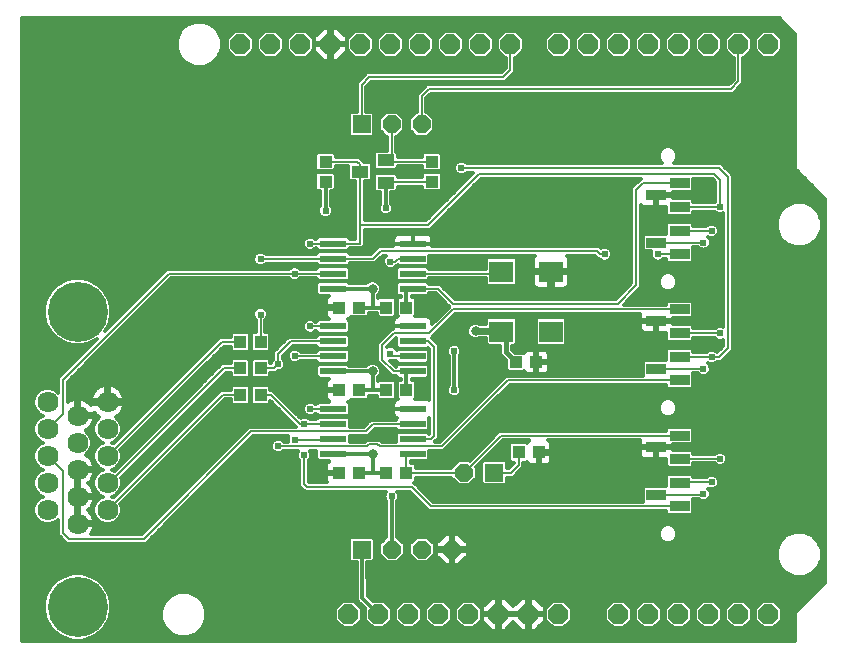
<source format=gtl>
G75*
%MOIN*%
%OFA0B0*%
%FSLAX24Y24*%
%IPPOS*%
%LPD*%
%AMOC8*
5,1,8,0,0,1.08239X$1,22.5*
%
%ADD10R,0.0870X0.0240*%
%ADD11R,0.0394X0.0433*%
%ADD12R,0.0433X0.0394*%
%ADD13R,0.0600X0.0600*%
%ADD14OC8,0.0600*%
%ADD15R,0.0787X0.0709*%
%ADD16OC8,0.0660*%
%ADD17C,0.0703*%
%ADD18C,0.2000*%
%ADD19R,0.0551X0.0394*%
%ADD20R,0.0669X0.0354*%
%ADD21C,0.0080*%
%ADD22C,0.0238*%
%ADD23C,0.0120*%
%ADD24C,0.0100*%
%ADD25C,0.0317*%
%ADD26C,0.0240*%
%ADD27C,0.0160*%
D10*
X015616Y006837D03*
X015616Y007337D03*
X015616Y007837D03*
X015616Y008337D03*
X015616Y009593D03*
X015616Y010093D03*
X015616Y010593D03*
X015616Y011093D03*
X015616Y012348D03*
X015616Y012848D03*
X015616Y013348D03*
X015616Y013848D03*
X018266Y013848D03*
X018266Y013348D03*
X018266Y012848D03*
X018266Y012348D03*
X018266Y011093D03*
X018266Y010593D03*
X018266Y010093D03*
X018266Y009593D03*
X018266Y008337D03*
X018266Y007837D03*
X018266Y007337D03*
X018266Y006837D03*
D11*
X018059Y006209D03*
X017389Y006209D03*
X017389Y008965D03*
X018059Y008965D03*
X021801Y006890D03*
X022470Y006890D03*
X018059Y011720D03*
X017389Y011720D03*
X013196Y010579D03*
X012527Y010579D03*
X012527Y009697D03*
X013196Y009697D03*
X013196Y008815D03*
X012527Y008815D03*
D12*
X015814Y008965D03*
X016484Y008965D03*
X016484Y011720D03*
X015814Y011720D03*
X015362Y015913D03*
X015362Y016583D03*
X018905Y016583D03*
X018905Y015913D03*
X021720Y009902D03*
X022389Y009902D03*
X016484Y006209D03*
X015814Y006209D03*
D13*
X016578Y003650D03*
X020980Y006209D03*
X016566Y017823D03*
D14*
X017566Y017823D03*
X018566Y017823D03*
X019980Y006209D03*
X019578Y003650D03*
X018578Y003650D03*
X017578Y003650D03*
D15*
X021228Y010917D03*
X022881Y010917D03*
X022881Y012917D03*
X021228Y012917D03*
D16*
X021525Y020500D03*
X020525Y020500D03*
X019525Y020500D03*
X018525Y020500D03*
X017525Y020500D03*
X016525Y020500D03*
X015525Y020500D03*
X014525Y020500D03*
X013525Y020500D03*
X012525Y020500D03*
X023125Y020500D03*
X024125Y020500D03*
X025125Y020500D03*
X026125Y020500D03*
X027125Y020500D03*
X028125Y020500D03*
X029125Y020500D03*
X030125Y020500D03*
X030125Y001500D03*
X029125Y001500D03*
X028125Y001500D03*
X027125Y001500D03*
X026125Y001500D03*
X025125Y001500D03*
X023125Y001500D03*
X022125Y001500D03*
X021125Y001500D03*
X020125Y001500D03*
X019125Y001500D03*
X018125Y001500D03*
X017125Y001500D03*
X016125Y001500D03*
D17*
X008096Y004961D03*
X007096Y004512D03*
X006096Y004961D03*
X007096Y005414D03*
X006096Y005863D03*
X007096Y006315D03*
X006096Y006764D03*
X007096Y007217D03*
X006096Y007666D03*
X007096Y008118D03*
X006096Y008567D03*
X008096Y008567D03*
X008096Y007666D03*
X008096Y006764D03*
X008096Y005863D03*
D18*
X007096Y001740D03*
X007096Y011583D03*
D19*
X016503Y016248D03*
X017370Y015874D03*
X017370Y016622D03*
D20*
X026385Y015461D03*
X027173Y015854D03*
X027173Y015067D03*
X027173Y014280D03*
X027173Y013492D03*
X026385Y013886D03*
X027173Y011654D03*
X027173Y010866D03*
X026385Y011260D03*
X027173Y010079D03*
X026385Y009685D03*
X027173Y009291D03*
X027173Y007453D03*
X026385Y007059D03*
X027173Y006665D03*
X027173Y005878D03*
X026385Y005484D03*
X027173Y005091D03*
D21*
X018881Y005091D01*
X018236Y005736D01*
X014753Y005736D01*
X014653Y005836D01*
X014653Y006799D01*
X014338Y007311D02*
X015616Y007311D01*
X015616Y007337D01*
X015616Y007837D02*
X014653Y007837D01*
X014510Y007837D01*
X013787Y008559D01*
X013531Y008815D01*
X013196Y008815D01*
X012527Y008815D02*
X011950Y008815D01*
X008096Y004961D01*
X009306Y004004D02*
X006811Y004004D01*
X006605Y004210D01*
X006605Y006254D01*
X006096Y006764D01*
X006096Y007666D02*
X006605Y008176D01*
X006605Y009303D01*
X010151Y012848D01*
X014338Y012848D01*
X015616Y012848D01*
X015603Y013335D02*
X013196Y013335D01*
X014850Y013848D02*
X014850Y013846D01*
X014850Y013848D02*
X015616Y013848D01*
X016503Y013848D01*
X016503Y014476D01*
X018787Y014476D01*
X020480Y016169D01*
X028328Y016169D01*
X028511Y015986D01*
X028511Y015067D01*
X027173Y015067D01*
X027173Y015854D02*
X025947Y015854D01*
X025716Y015623D01*
X025716Y012455D01*
X025099Y011839D01*
X019614Y011839D01*
X019104Y012348D01*
X018266Y012348D01*
X018266Y012848D02*
X021198Y012848D01*
X021228Y012917D01*
X019625Y011654D02*
X027173Y011654D01*
X027173Y010866D02*
X028511Y010866D01*
X028511Y010854D01*
X028787Y010366D02*
X028787Y016055D01*
X028476Y016366D01*
X019889Y016366D01*
X018905Y016583D02*
X017409Y016583D01*
X017370Y016622D01*
X017466Y016622D01*
X017566Y016722D01*
X017566Y017823D01*
X016566Y017823D02*
X016566Y019148D01*
X016816Y019398D01*
X021275Y019398D01*
X021525Y019648D01*
X021525Y020500D01*
X018816Y019004D02*
X018566Y018754D01*
X018566Y017823D01*
X018816Y019004D02*
X028875Y019004D01*
X029125Y019254D01*
X029125Y020500D01*
X028236Y014280D02*
X027173Y014280D01*
X027960Y013886D02*
X026385Y013886D01*
X026445Y013490D02*
X027171Y013490D01*
X027173Y013492D01*
X024665Y013490D02*
X024510Y013490D01*
X024400Y013600D01*
X017205Y013600D01*
X016954Y013348D01*
X015616Y013348D01*
X016503Y014476D02*
X016503Y016248D01*
X016503Y016487D01*
X016408Y016583D01*
X015362Y016583D01*
X017370Y015874D02*
X017409Y015913D01*
X018905Y015913D01*
X018266Y013348D02*
X017768Y013348D01*
X017668Y013248D01*
X017527Y013248D01*
X019625Y011654D02*
X018826Y010854D01*
X017645Y010854D01*
X017251Y010461D01*
X017251Y009986D01*
X017645Y009593D01*
X018059Y009593D01*
X018266Y010093D02*
X017620Y010093D01*
X017527Y010185D01*
X018266Y010593D02*
X018794Y010593D01*
X018984Y010403D01*
X018984Y007437D01*
X018884Y007337D01*
X018266Y007337D01*
X018059Y006837D02*
X018059Y006209D01*
X019980Y006209D01*
X021224Y007453D01*
X027173Y007453D01*
X027169Y007449D01*
X027173Y006681D02*
X028511Y006681D01*
X028236Y005894D02*
X027173Y005894D01*
X027173Y005878D01*
X027960Y005500D02*
X027960Y005484D01*
X026385Y005484D01*
X027173Y006665D02*
X027173Y006681D01*
X027173Y009291D02*
X021436Y009291D01*
X019235Y007090D01*
X017165Y007090D01*
X017095Y007160D01*
X016805Y007160D01*
X016735Y007090D01*
X013787Y007090D01*
X013787Y007094D01*
X012889Y007587D02*
X009306Y004004D01*
X008154Y005863D02*
X011988Y009697D01*
X012527Y009697D01*
X013196Y009697D02*
X013653Y009697D01*
X013787Y009831D01*
X013787Y010167D01*
X014212Y010593D01*
X015616Y010593D01*
X015616Y010093D02*
X014377Y010093D01*
X014338Y010106D01*
X013196Y010579D02*
X013196Y011484D01*
X012527Y010579D02*
X011910Y010579D01*
X008096Y006764D01*
X012889Y007587D02*
X016700Y007587D01*
X016936Y007823D01*
X018253Y007823D01*
X018266Y007837D01*
X015616Y008335D02*
X014850Y008335D01*
X015616Y008337D02*
X015616Y008335D01*
X015616Y011093D02*
X014850Y011093D01*
X014850Y011091D01*
X021801Y006890D02*
X021801Y006459D01*
X021551Y006209D01*
X020980Y006209D01*
X026385Y009685D02*
X027960Y009685D01*
X027960Y009673D01*
X028236Y010067D02*
X028488Y010067D01*
X028787Y010366D01*
X028236Y010079D02*
X027173Y010079D01*
X028236Y010067D02*
X028236Y010079D01*
D22*
X028236Y010067D03*
X027960Y009673D03*
X028511Y010854D03*
X026445Y013490D03*
X027960Y013886D03*
X028236Y014280D03*
X028511Y015067D03*
X024665Y013490D03*
X022015Y012272D03*
X022015Y011287D03*
X022015Y010539D03*
X019653Y010264D03*
X018511Y009240D03*
X019653Y008965D03*
X017527Y010185D03*
X016425Y010421D03*
X014850Y011091D03*
X014338Y010106D03*
X013787Y009831D03*
X013196Y011484D03*
X014338Y012848D03*
X014850Y013846D03*
X015362Y014949D03*
X017094Y014043D03*
X017527Y013248D03*
X016425Y012862D03*
X019220Y011760D03*
X017370Y015028D03*
X019889Y016366D03*
X013196Y013335D03*
X014850Y008335D03*
X014653Y007837D03*
X014338Y007311D03*
X013787Y007094D03*
X014653Y006799D03*
X015125Y006484D03*
X016425Y005343D03*
X017566Y005421D03*
X017409Y007390D03*
X017409Y008295D03*
X016425Y008295D03*
X022015Y008413D03*
X022015Y005618D03*
X022015Y004476D03*
X027960Y005500D03*
X028236Y005894D03*
X028511Y006681D03*
D23*
X005244Y000619D02*
X005244Y021381D01*
X030476Y021381D01*
X031006Y020851D01*
X031006Y016351D01*
X031076Y016281D01*
X032006Y015351D01*
X032006Y002549D01*
X031006Y001549D01*
X031006Y001451D01*
X031006Y000619D01*
X005244Y000619D01*
X005244Y000737D02*
X006594Y000737D01*
X006663Y000697D02*
X006948Y000620D01*
X007243Y000620D01*
X007528Y000697D01*
X007783Y000844D01*
X007992Y001053D01*
X008139Y001308D01*
X008216Y001593D01*
X008216Y001888D01*
X008139Y002173D01*
X007992Y002428D01*
X007783Y002637D01*
X007528Y002784D01*
X007243Y002860D01*
X006948Y002860D01*
X006663Y002784D01*
X006408Y002637D01*
X006199Y002428D01*
X006052Y002173D01*
X005976Y001888D01*
X005976Y001593D01*
X006052Y001308D01*
X006199Y001053D01*
X006408Y000844D01*
X006663Y000697D01*
X006397Y000856D02*
X005244Y000856D01*
X005244Y000974D02*
X006278Y000974D01*
X006176Y001093D02*
X005244Y001093D01*
X005244Y001211D02*
X006108Y001211D01*
X006046Y001330D02*
X005244Y001330D01*
X005244Y001448D02*
X006014Y001448D01*
X005983Y001567D02*
X005244Y001567D01*
X005244Y001685D02*
X005976Y001685D01*
X005976Y001804D02*
X005244Y001804D01*
X005244Y001922D02*
X005985Y001922D01*
X006016Y002041D02*
X005244Y002041D01*
X005244Y002159D02*
X006048Y002159D01*
X006112Y002278D02*
X005244Y002278D01*
X005244Y002396D02*
X006181Y002396D01*
X006286Y002515D02*
X005244Y002515D01*
X005244Y002633D02*
X006404Y002633D01*
X006607Y002752D02*
X005244Y002752D01*
X005244Y002870D02*
X016402Y002870D01*
X016403Y002752D02*
X007584Y002752D01*
X007787Y002633D02*
X016403Y002633D01*
X016404Y002515D02*
X007905Y002515D01*
X008010Y002396D02*
X016405Y002396D01*
X016405Y002278D02*
X008079Y002278D01*
X008143Y002159D02*
X010309Y002159D01*
X010213Y002119D02*
X010002Y001909D01*
X009888Y001633D01*
X009888Y001335D01*
X010002Y001060D01*
X010213Y000849D01*
X010488Y000735D01*
X010786Y000735D01*
X011062Y000849D01*
X011272Y001060D01*
X011386Y001335D01*
X011386Y001633D01*
X011272Y001909D01*
X011062Y002119D01*
X010786Y002233D01*
X010488Y002233D01*
X010213Y002119D01*
X010134Y002041D02*
X008175Y002041D01*
X008206Y001922D02*
X010016Y001922D01*
X009959Y001804D02*
X008216Y001804D01*
X008216Y001685D02*
X009910Y001685D01*
X009888Y001567D02*
X008208Y001567D01*
X008177Y001448D02*
X009888Y001448D01*
X009891Y001330D02*
X008145Y001330D01*
X008083Y001211D02*
X009940Y001211D01*
X009989Y001093D02*
X008015Y001093D01*
X007913Y000974D02*
X010088Y000974D01*
X010207Y000856D02*
X007794Y000856D01*
X007597Y000737D02*
X010484Y000737D01*
X010790Y000737D02*
X031006Y000737D01*
X031006Y000856D02*
X011068Y000856D01*
X011186Y000974D02*
X020877Y000974D01*
X020899Y000953D02*
X021087Y000953D01*
X021087Y001462D01*
X020578Y001462D01*
X020578Y001273D01*
X020899Y000953D01*
X021087Y000974D02*
X021164Y000974D01*
X021164Y000953D02*
X021352Y000953D01*
X021625Y001226D01*
X021899Y000953D01*
X022087Y000953D01*
X022087Y001462D01*
X021164Y001462D01*
X021164Y001538D01*
X021673Y001538D01*
X022087Y001538D01*
X022087Y001462D01*
X022164Y001462D01*
X022164Y001538D01*
X022673Y001538D01*
X022673Y001727D01*
X022352Y002047D01*
X022164Y002047D01*
X022164Y001538D01*
X022087Y001538D01*
X022087Y002047D01*
X021899Y002047D01*
X021625Y001774D01*
X021352Y002047D01*
X021164Y002047D01*
X021164Y001538D01*
X021087Y001538D01*
X021087Y001462D01*
X021164Y001462D01*
X021164Y000953D01*
X021164Y001093D02*
X021087Y001093D01*
X021087Y001211D02*
X021164Y001211D01*
X021164Y001330D02*
X021087Y001330D01*
X021087Y001448D02*
X021164Y001448D01*
X021164Y001567D02*
X021087Y001567D01*
X021087Y001538D02*
X021087Y002047D01*
X020899Y002047D01*
X020578Y001727D01*
X020578Y001538D01*
X021087Y001538D01*
X021087Y001685D02*
X021164Y001685D01*
X021164Y001804D02*
X021087Y001804D01*
X021087Y001922D02*
X021164Y001922D01*
X021164Y002041D02*
X021087Y002041D01*
X020892Y002041D02*
X016839Y002041D01*
X016766Y002114D02*
X016935Y001945D01*
X016939Y001950D01*
X017312Y001950D01*
X017575Y001686D01*
X017575Y001314D01*
X017312Y001050D01*
X016939Y001050D01*
X016675Y001314D01*
X016675Y001686D01*
X016680Y001691D01*
X016459Y001911D01*
X016407Y001964D01*
X016407Y001964D01*
X016406Y001964D01*
X016406Y002039D01*
X016400Y003230D01*
X016228Y003230D01*
X016158Y003300D01*
X016158Y003999D01*
X016228Y004070D01*
X016928Y004070D01*
X016998Y003999D01*
X016998Y003300D01*
X016928Y003230D01*
X016760Y003230D01*
X016766Y002114D01*
X016766Y002159D02*
X031616Y002159D01*
X031498Y002041D02*
X022359Y002041D01*
X022478Y001922D02*
X022911Y001922D01*
X022939Y001950D02*
X022675Y001686D01*
X022675Y001314D01*
X022939Y001050D01*
X023312Y001050D01*
X023575Y001314D01*
X023575Y001686D01*
X023312Y001950D01*
X022939Y001950D01*
X022793Y001804D02*
X022596Y001804D01*
X022673Y001685D02*
X022675Y001685D01*
X022673Y001567D02*
X022675Y001567D01*
X022673Y001462D02*
X022164Y001462D01*
X022164Y000953D01*
X022352Y000953D01*
X022673Y001273D01*
X022673Y001462D01*
X022673Y001448D02*
X022675Y001448D01*
X022673Y001330D02*
X022675Y001330D01*
X022611Y001211D02*
X022778Y001211D01*
X022897Y001093D02*
X022492Y001093D01*
X022374Y000974D02*
X031006Y000974D01*
X031006Y001093D02*
X030354Y001093D01*
X030312Y001050D02*
X029939Y001050D01*
X029675Y001314D01*
X029675Y001686D01*
X029939Y001950D01*
X030312Y001950D01*
X030575Y001686D01*
X030575Y001314D01*
X030312Y001050D01*
X030473Y001211D02*
X031006Y001211D01*
X031006Y001330D02*
X030575Y001330D01*
X030575Y001448D02*
X031006Y001448D01*
X031024Y001567D02*
X030575Y001567D01*
X030575Y001685D02*
X031142Y001685D01*
X031261Y001804D02*
X030458Y001804D01*
X030340Y001922D02*
X031379Y001922D01*
X031735Y002278D02*
X016765Y002278D01*
X016765Y002396D02*
X031853Y002396D01*
X031972Y002515D02*
X016764Y002515D01*
X016763Y002633D02*
X032006Y002633D01*
X032006Y002752D02*
X031318Y002752D01*
X031298Y002743D02*
X031573Y002857D01*
X031784Y003068D01*
X031898Y003343D01*
X031898Y003641D01*
X031784Y003916D01*
X031573Y004127D01*
X031298Y004241D01*
X031000Y004241D01*
X030725Y004127D01*
X030514Y003916D01*
X030400Y003641D01*
X030400Y003343D01*
X030514Y003068D01*
X030725Y002857D01*
X031000Y002743D01*
X031298Y002743D01*
X031586Y002870D02*
X032006Y002870D01*
X032006Y002989D02*
X031705Y002989D01*
X031800Y003107D02*
X032006Y003107D01*
X032006Y003226D02*
X031849Y003226D01*
X031898Y003344D02*
X032006Y003344D01*
X032006Y003463D02*
X031898Y003463D01*
X031898Y003581D02*
X032006Y003581D01*
X032006Y003700D02*
X031874Y003700D01*
X031825Y003818D02*
X032006Y003818D01*
X032006Y003937D02*
X031764Y003937D01*
X031645Y004055D02*
X032006Y004055D01*
X032006Y004174D02*
X031461Y004174D01*
X032006Y004292D02*
X027071Y004292D01*
X027095Y004234D02*
X027047Y004351D01*
X026958Y004439D01*
X026842Y004488D01*
X026716Y004488D01*
X026600Y004439D01*
X026511Y004351D01*
X026463Y004234D01*
X026463Y004109D01*
X026511Y003993D01*
X026600Y003904D01*
X026716Y003856D01*
X026842Y003856D01*
X026958Y003904D01*
X027047Y003993D01*
X027095Y004109D01*
X027095Y004234D01*
X027095Y004174D02*
X030837Y004174D01*
X030653Y004055D02*
X027073Y004055D01*
X026991Y003937D02*
X030534Y003937D01*
X030473Y003818D02*
X020096Y003818D01*
X020096Y003864D02*
X019793Y004167D01*
X019618Y004167D01*
X019618Y003690D01*
X019538Y003690D01*
X019538Y004167D01*
X019364Y004167D01*
X019061Y003864D01*
X019061Y003690D01*
X019538Y003690D01*
X019538Y003610D01*
X019061Y003610D01*
X019061Y003435D01*
X019364Y003132D01*
X019538Y003132D01*
X019538Y003610D01*
X019618Y003610D01*
X019618Y003690D01*
X020096Y003690D01*
X020096Y003864D01*
X020023Y003937D02*
X026567Y003937D01*
X026485Y004055D02*
X019905Y004055D01*
X019618Y004055D02*
X019538Y004055D01*
X019538Y003937D02*
X019618Y003937D01*
X019618Y003818D02*
X019538Y003818D01*
X019538Y003700D02*
X019618Y003700D01*
X019618Y003610D02*
X020096Y003610D01*
X020096Y003435D01*
X019793Y003132D01*
X019618Y003132D01*
X019618Y003610D01*
X019618Y003581D02*
X019538Y003581D01*
X019538Y003463D02*
X019618Y003463D01*
X019618Y003344D02*
X019538Y003344D01*
X019538Y003226D02*
X019618Y003226D01*
X019886Y003226D02*
X030449Y003226D01*
X030400Y003344D02*
X020004Y003344D01*
X020096Y003463D02*
X030400Y003463D01*
X030400Y003581D02*
X020096Y003581D01*
X020096Y003700D02*
X030424Y003700D01*
X030498Y003107D02*
X016761Y003107D01*
X016762Y002989D02*
X030593Y002989D01*
X030712Y002870D02*
X016762Y002870D01*
X016763Y002752D02*
X030980Y002752D01*
X029911Y001922D02*
X029340Y001922D01*
X029312Y001950D02*
X028939Y001950D01*
X028675Y001686D01*
X028675Y001314D01*
X028939Y001050D01*
X029312Y001050D01*
X029575Y001314D01*
X029575Y001686D01*
X029312Y001950D01*
X029458Y001804D02*
X029793Y001804D01*
X029675Y001685D02*
X029575Y001685D01*
X029575Y001567D02*
X029675Y001567D01*
X029675Y001448D02*
X029575Y001448D01*
X029575Y001330D02*
X029675Y001330D01*
X029778Y001211D02*
X029473Y001211D01*
X029354Y001093D02*
X029897Y001093D01*
X028897Y001093D02*
X028354Y001093D01*
X028312Y001050D02*
X027939Y001050D01*
X027675Y001314D01*
X027675Y001686D01*
X027939Y001950D01*
X028312Y001950D01*
X028575Y001686D01*
X028575Y001314D01*
X028312Y001050D01*
X028473Y001211D02*
X028778Y001211D01*
X028675Y001330D02*
X028575Y001330D01*
X028575Y001448D02*
X028675Y001448D01*
X028675Y001567D02*
X028575Y001567D01*
X028575Y001685D02*
X028675Y001685D01*
X028793Y001804D02*
X028458Y001804D01*
X028340Y001922D02*
X028911Y001922D01*
X027911Y001922D02*
X027340Y001922D01*
X027312Y001950D02*
X026939Y001950D01*
X026675Y001686D01*
X026675Y001314D01*
X026939Y001050D01*
X027312Y001050D01*
X027575Y001314D01*
X027575Y001686D01*
X027312Y001950D01*
X027458Y001804D02*
X027793Y001804D01*
X027675Y001685D02*
X027575Y001685D01*
X027575Y001567D02*
X027675Y001567D01*
X027675Y001448D02*
X027575Y001448D01*
X027575Y001330D02*
X027675Y001330D01*
X027778Y001211D02*
X027473Y001211D01*
X027354Y001093D02*
X027897Y001093D01*
X026897Y001093D02*
X026354Y001093D01*
X026312Y001050D02*
X025939Y001050D01*
X025675Y001314D01*
X025675Y001686D01*
X025939Y001950D01*
X026312Y001950D01*
X026575Y001686D01*
X026575Y001314D01*
X026312Y001050D01*
X026473Y001211D02*
X026778Y001211D01*
X026675Y001330D02*
X026575Y001330D01*
X026575Y001448D02*
X026675Y001448D01*
X026675Y001567D02*
X026575Y001567D01*
X026575Y001685D02*
X026675Y001685D01*
X026793Y001804D02*
X026458Y001804D01*
X026340Y001922D02*
X026911Y001922D01*
X025911Y001922D02*
X025340Y001922D01*
X025312Y001950D02*
X024939Y001950D01*
X024675Y001686D01*
X024675Y001314D01*
X024939Y001050D01*
X025312Y001050D01*
X025575Y001314D01*
X025575Y001686D01*
X025312Y001950D01*
X025458Y001804D02*
X025793Y001804D01*
X025675Y001685D02*
X025575Y001685D01*
X025575Y001567D02*
X025675Y001567D01*
X025675Y001448D02*
X025575Y001448D01*
X025575Y001330D02*
X025675Y001330D01*
X025778Y001211D02*
X025473Y001211D01*
X025354Y001093D02*
X025897Y001093D01*
X024897Y001093D02*
X023354Y001093D01*
X023473Y001211D02*
X024778Y001211D01*
X024675Y001330D02*
X023575Y001330D01*
X023575Y001448D02*
X024675Y001448D01*
X024675Y001567D02*
X023575Y001567D01*
X023575Y001685D02*
X024675Y001685D01*
X024793Y001804D02*
X023458Y001804D01*
X023340Y001922D02*
X024911Y001922D01*
X022164Y001922D02*
X022087Y001922D01*
X022087Y001804D02*
X022164Y001804D01*
X022164Y001685D02*
X022087Y001685D01*
X022087Y001567D02*
X022164Y001567D01*
X022164Y001448D02*
X022087Y001448D01*
X022087Y001330D02*
X022164Y001330D01*
X022164Y001211D02*
X022087Y001211D01*
X022087Y001093D02*
X022164Y001093D01*
X022164Y000974D02*
X022087Y000974D01*
X021877Y000974D02*
X021374Y000974D01*
X021492Y001093D02*
X021759Y001093D01*
X021640Y001211D02*
X021611Y001211D01*
X020759Y001093D02*
X020354Y001093D01*
X020312Y001050D02*
X019939Y001050D01*
X019675Y001314D01*
X019675Y001686D01*
X019939Y001950D01*
X020312Y001950D01*
X020575Y001686D01*
X020575Y001314D01*
X020312Y001050D01*
X020473Y001211D02*
X020640Y001211D01*
X020578Y001330D02*
X020575Y001330D01*
X020575Y001448D02*
X020578Y001448D01*
X020575Y001567D02*
X020578Y001567D01*
X020575Y001685D02*
X020578Y001685D01*
X020655Y001804D02*
X020458Y001804D01*
X020340Y001922D02*
X020773Y001922D01*
X021359Y002041D02*
X021892Y002041D01*
X021773Y001922D02*
X021478Y001922D01*
X021596Y001804D02*
X021655Y001804D01*
X022087Y002041D02*
X022164Y002041D01*
X019911Y001922D02*
X019340Y001922D01*
X019312Y001950D02*
X018939Y001950D01*
X018675Y001686D01*
X018675Y001314D01*
X018939Y001050D01*
X019312Y001050D01*
X019575Y001314D01*
X019575Y001686D01*
X019312Y001950D01*
X019458Y001804D02*
X019793Y001804D01*
X019675Y001685D02*
X019575Y001685D01*
X019575Y001567D02*
X019675Y001567D01*
X019675Y001448D02*
X019575Y001448D01*
X019575Y001330D02*
X019675Y001330D01*
X019778Y001211D02*
X019473Y001211D01*
X019354Y001093D02*
X019897Y001093D01*
X018897Y001093D02*
X018354Y001093D01*
X018312Y001050D02*
X017939Y001050D01*
X017675Y001314D01*
X017675Y001686D01*
X017939Y001950D01*
X018312Y001950D01*
X018575Y001686D01*
X018575Y001314D01*
X018312Y001050D01*
X018473Y001211D02*
X018778Y001211D01*
X018675Y001330D02*
X018575Y001330D01*
X018575Y001448D02*
X018675Y001448D01*
X018675Y001567D02*
X018575Y001567D01*
X018575Y001685D02*
X018675Y001685D01*
X018793Y001804D02*
X018458Y001804D01*
X018340Y001922D02*
X018911Y001922D01*
X017911Y001922D02*
X017340Y001922D01*
X017458Y001804D02*
X017793Y001804D01*
X017675Y001685D02*
X017575Y001685D01*
X017575Y001567D02*
X017675Y001567D01*
X017675Y001448D02*
X017575Y001448D01*
X017575Y001330D02*
X017675Y001330D01*
X017778Y001211D02*
X017473Y001211D01*
X017354Y001093D02*
X017897Y001093D01*
X017125Y001500D02*
X016586Y002039D01*
X016578Y003650D01*
X016998Y003700D02*
X017158Y003700D01*
X017158Y003818D02*
X016998Y003818D01*
X016998Y003937D02*
X017271Y003937D01*
X017158Y003824D02*
X017395Y004061D01*
X017387Y005262D01*
X017364Y005286D01*
X017327Y005374D01*
X017327Y005469D01*
X017364Y005557D01*
X017383Y005576D01*
X014687Y005576D01*
X014587Y005676D01*
X014493Y005770D01*
X014493Y006621D01*
X014450Y006664D01*
X014414Y006752D01*
X014414Y006847D01*
X014448Y006930D01*
X013960Y006930D01*
X013922Y006892D01*
X013834Y006855D01*
X013739Y006855D01*
X013651Y006892D01*
X013584Y006959D01*
X013548Y007047D01*
X013548Y007142D01*
X013584Y007230D01*
X013651Y007297D01*
X013739Y007334D01*
X013834Y007334D01*
X013922Y007297D01*
X013969Y007250D01*
X014105Y007250D01*
X014099Y007263D01*
X014099Y007359D01*
X014127Y007427D01*
X012955Y007427D01*
X009373Y003844D01*
X006745Y003844D01*
X006539Y004050D01*
X006445Y004144D01*
X006445Y004644D01*
X006363Y004561D01*
X006189Y004490D01*
X006002Y004490D01*
X005828Y004561D01*
X005696Y004694D01*
X005624Y004867D01*
X005624Y005055D01*
X005696Y005228D01*
X005828Y005361D01*
X005952Y005412D01*
X005828Y005463D01*
X005696Y005596D01*
X005244Y005596D01*
X005244Y005714D02*
X005647Y005714D01*
X005624Y005769D02*
X005696Y005596D01*
X005814Y005477D02*
X005244Y005477D01*
X005244Y005359D02*
X005826Y005359D01*
X005708Y005240D02*
X005244Y005240D01*
X005244Y005122D02*
X005652Y005122D01*
X005624Y005003D02*
X005244Y005003D01*
X005244Y004885D02*
X005624Y004885D01*
X005666Y004766D02*
X005244Y004766D01*
X005244Y004648D02*
X005742Y004648D01*
X005907Y004529D02*
X005244Y004529D01*
X005244Y004411D02*
X006445Y004411D01*
X006445Y004529D02*
X006284Y004529D01*
X006445Y004292D02*
X005244Y004292D01*
X005244Y004174D02*
X006445Y004174D01*
X006534Y004055D02*
X005244Y004055D01*
X005244Y003937D02*
X006652Y003937D01*
X007153Y004455D02*
X007153Y004569D01*
X007662Y004569D01*
X007650Y004645D01*
X007623Y004730D01*
X007582Y004810D01*
X007529Y004883D01*
X007466Y004946D01*
X007443Y004963D01*
X007466Y004980D01*
X007529Y005043D01*
X007582Y005116D01*
X007623Y005195D01*
X007650Y005280D01*
X007662Y005357D01*
X007153Y005357D01*
X007153Y005471D01*
X007662Y005471D01*
X007650Y005547D01*
X007623Y005632D01*
X007582Y005712D01*
X007529Y005784D01*
X007466Y005848D01*
X007443Y005864D01*
X007466Y005881D01*
X007529Y005945D01*
X007582Y006017D01*
X007623Y006097D01*
X007650Y006182D01*
X007662Y006258D01*
X007153Y006258D01*
X007153Y006372D01*
X007662Y006372D01*
X007650Y006448D01*
X007623Y006534D01*
X007582Y006613D01*
X007529Y006686D01*
X007466Y006749D01*
X007394Y006802D01*
X007363Y006818D01*
X007495Y006950D01*
X007567Y007123D01*
X007567Y007311D01*
X007495Y007484D01*
X007363Y007616D01*
X007394Y007632D01*
X007466Y007685D01*
X007529Y007748D01*
X007582Y007820D01*
X007623Y007900D01*
X007650Y007985D01*
X007662Y008061D01*
X007153Y008061D01*
X007153Y008176D01*
X007038Y008176D01*
X007038Y008685D01*
X006962Y008673D01*
X006877Y008646D01*
X006797Y008605D01*
X006765Y008582D01*
X006765Y009237D01*
X010217Y012688D01*
X014160Y012688D01*
X014203Y012646D01*
X014290Y012609D01*
X014386Y012609D01*
X014473Y012646D01*
X014516Y012688D01*
X015061Y012688D01*
X015061Y012679D01*
X015132Y012608D01*
X016101Y012608D01*
X016171Y012679D01*
X016171Y013018D01*
X016101Y013088D01*
X015132Y013088D01*
X015061Y013018D01*
X015061Y013008D01*
X014516Y013008D01*
X014473Y013051D01*
X014386Y013087D01*
X014290Y013087D01*
X014203Y013051D01*
X014160Y013008D01*
X010085Y013008D01*
X009991Y012915D01*
X008019Y010943D01*
X008139Y011151D01*
X008216Y011436D01*
X008216Y011730D01*
X008139Y012015D01*
X007992Y012271D01*
X007783Y012479D01*
X007528Y012627D01*
X007243Y012703D01*
X006948Y012703D01*
X006663Y012627D01*
X006408Y012479D01*
X006199Y012271D01*
X006052Y012015D01*
X005976Y011730D01*
X005976Y011436D01*
X006052Y011151D01*
X006199Y010895D01*
X006408Y010687D01*
X006663Y010539D01*
X006948Y010463D01*
X007243Y010463D01*
X007528Y010539D01*
X007736Y010659D01*
X006539Y009463D01*
X006445Y009369D01*
X006445Y008884D01*
X006363Y008967D01*
X006189Y009039D01*
X006002Y009039D01*
X005828Y008967D01*
X005696Y008834D01*
X005624Y008661D01*
X005624Y008473D01*
X005696Y008300D01*
X005828Y008168D01*
X005952Y008116D01*
X005828Y008065D01*
X005696Y007933D01*
X005624Y007759D01*
X005624Y007572D01*
X005696Y007399D01*
X005828Y007266D01*
X005952Y007215D01*
X005828Y007164D01*
X005696Y007031D01*
X005624Y006858D01*
X005624Y006670D01*
X005696Y006497D01*
X005828Y006364D01*
X005952Y006313D01*
X005828Y006262D01*
X005696Y006130D01*
X005624Y005956D01*
X005624Y005769D01*
X005624Y005833D02*
X005244Y005833D01*
X005244Y005951D02*
X005624Y005951D01*
X005671Y006070D02*
X005244Y006070D01*
X005244Y006188D02*
X005754Y006188D01*
X005936Y006307D02*
X005244Y006307D01*
X005244Y006425D02*
X005768Y006425D01*
X005677Y006544D02*
X005244Y006544D01*
X005244Y006662D02*
X005628Y006662D01*
X005624Y006781D02*
X005244Y006781D01*
X005244Y006899D02*
X005641Y006899D01*
X005690Y007018D02*
X005244Y007018D01*
X005244Y007136D02*
X005801Y007136D01*
X005856Y007255D02*
X005244Y007255D01*
X005244Y007373D02*
X005722Y007373D01*
X005657Y007492D02*
X005244Y007492D01*
X005244Y007610D02*
X005624Y007610D01*
X005624Y007729D02*
X005244Y007729D01*
X005244Y007847D02*
X005660Y007847D01*
X005729Y007966D02*
X005244Y007966D01*
X005244Y008084D02*
X005874Y008084D01*
X005794Y008203D02*
X005244Y008203D01*
X005244Y008321D02*
X005687Y008321D01*
X005638Y008440D02*
X005244Y008440D01*
X005244Y008558D02*
X005624Y008558D01*
X005631Y008677D02*
X005244Y008677D01*
X005244Y008795D02*
X005680Y008795D01*
X005775Y008914D02*
X005244Y008914D01*
X005244Y009032D02*
X005986Y009032D01*
X006205Y009032D02*
X006445Y009032D01*
X006445Y008914D02*
X006416Y008914D01*
X006445Y009151D02*
X005244Y009151D01*
X005244Y009269D02*
X006445Y009269D01*
X006464Y009388D02*
X005244Y009388D01*
X005244Y009506D02*
X006582Y009506D01*
X006701Y009625D02*
X005244Y009625D01*
X005244Y009743D02*
X006819Y009743D01*
X006938Y009862D02*
X005244Y009862D01*
X005244Y009980D02*
X007056Y009980D01*
X007175Y010099D02*
X005244Y010099D01*
X005244Y010217D02*
X007293Y010217D01*
X007412Y010336D02*
X005244Y010336D01*
X005244Y010454D02*
X007530Y010454D01*
X007585Y010573D02*
X007649Y010573D01*
X007864Y010336D02*
X011441Y010336D01*
X011559Y010454D02*
X007983Y010454D01*
X008101Y010573D02*
X011678Y010573D01*
X011750Y010645D02*
X008296Y007191D01*
X008239Y007215D01*
X008363Y007266D01*
X008495Y007399D01*
X008567Y007572D01*
X008567Y007759D01*
X008495Y007933D01*
X008363Y008065D01*
X008394Y008081D01*
X008466Y008133D01*
X008529Y008197D01*
X008582Y008269D01*
X008623Y008349D01*
X008650Y008434D01*
X008662Y008510D01*
X008153Y008510D01*
X008153Y008624D01*
X008662Y008624D01*
X008650Y008700D01*
X008623Y008786D01*
X008582Y008865D01*
X008529Y008938D01*
X008466Y009001D01*
X008394Y009054D01*
X008314Y009094D01*
X008229Y009122D01*
X008153Y009134D01*
X008153Y008624D01*
X008038Y008624D01*
X008038Y008510D01*
X007529Y008510D01*
X007533Y008485D01*
X007529Y008489D01*
X007466Y008552D01*
X007394Y008605D01*
X007314Y008646D01*
X007229Y008673D01*
X007153Y008685D01*
X007153Y008176D01*
X007662Y008176D01*
X007658Y008201D01*
X007662Y008197D01*
X007725Y008133D01*
X007797Y008081D01*
X007828Y008065D01*
X007696Y007933D01*
X007624Y007759D01*
X007624Y007572D01*
X007696Y007399D01*
X007828Y007266D01*
X007952Y007215D01*
X007828Y007164D01*
X007696Y007031D01*
X007624Y006858D01*
X007624Y006670D01*
X007696Y006497D01*
X007828Y006364D01*
X007952Y006313D01*
X007828Y006262D01*
X007696Y006130D01*
X007624Y005956D01*
X007624Y005769D01*
X007696Y005596D01*
X007635Y005596D01*
X007696Y005596D02*
X007828Y005463D01*
X007952Y005412D01*
X007828Y005361D01*
X007696Y005228D01*
X007624Y005055D01*
X007624Y004867D01*
X007696Y004694D01*
X007828Y004561D01*
X008002Y004490D01*
X008189Y004490D01*
X008363Y004561D01*
X008495Y004694D01*
X008567Y004867D01*
X008567Y005055D01*
X008523Y005162D01*
X012016Y008655D01*
X012210Y008655D01*
X012210Y008549D01*
X012280Y008478D01*
X012774Y008478D01*
X012844Y008549D01*
X012844Y009081D01*
X012774Y009151D01*
X012280Y009151D01*
X012210Y009081D01*
X012210Y008975D01*
X011883Y008975D01*
X011790Y008881D01*
X008296Y005388D01*
X008239Y005412D01*
X008363Y005463D01*
X008495Y005596D01*
X008504Y005596D01*
X008495Y005596D02*
X008567Y005769D01*
X008567Y005956D01*
X008540Y006022D01*
X012054Y009537D01*
X012210Y009537D01*
X012210Y009431D01*
X012280Y009360D01*
X012774Y009360D01*
X012844Y009431D01*
X012844Y009963D01*
X012774Y010033D01*
X012280Y010033D01*
X012210Y009963D01*
X012210Y009857D01*
X011922Y009857D01*
X011828Y009763D01*
X008337Y006273D01*
X008239Y006313D01*
X008363Y006364D01*
X008495Y006497D01*
X008567Y006670D01*
X008567Y006858D01*
X008523Y006965D01*
X011976Y010419D01*
X012210Y010419D01*
X012210Y010312D01*
X012280Y010242D01*
X012774Y010242D01*
X012844Y010312D01*
X012844Y010845D01*
X012774Y010915D01*
X012280Y010915D01*
X012210Y010845D01*
X012210Y010739D01*
X011844Y010739D01*
X011750Y010645D01*
X011796Y010691D02*
X008220Y010691D01*
X008338Y010810D02*
X012210Y010810D01*
X012210Y010336D02*
X011893Y010336D01*
X011775Y010217D02*
X013627Y010217D01*
X013627Y010233D02*
X013627Y010009D01*
X013584Y009966D01*
X013548Y009878D01*
X013548Y009857D01*
X013513Y009857D01*
X013513Y009963D01*
X013443Y010033D01*
X012950Y010033D01*
X012879Y009963D01*
X012879Y009431D01*
X012950Y009360D01*
X013443Y009360D01*
X013513Y009431D01*
X013513Y009537D01*
X013719Y009537D01*
X013774Y009592D01*
X013834Y009592D01*
X013922Y009628D01*
X013990Y009695D01*
X014026Y009783D01*
X014026Y009878D01*
X013990Y009966D01*
X013947Y010009D01*
X013947Y010101D01*
X014279Y010433D01*
X015061Y010433D01*
X015061Y010423D01*
X015132Y010353D01*
X016101Y010353D01*
X016171Y010423D01*
X016171Y010762D01*
X016101Y010833D01*
X015132Y010833D01*
X015061Y010762D01*
X015061Y010753D01*
X014146Y010753D01*
X014052Y010659D01*
X013627Y010233D01*
X013627Y010099D02*
X011656Y010099D01*
X011538Y009980D02*
X012227Y009980D01*
X012210Y009862D02*
X011419Y009862D01*
X011301Y009743D02*
X011808Y009743D01*
X011689Y009625D02*
X011182Y009625D01*
X011064Y009506D02*
X011571Y009506D01*
X011452Y009388D02*
X010945Y009388D01*
X010827Y009269D02*
X011334Y009269D01*
X011215Y009151D02*
X010708Y009151D01*
X010590Y009032D02*
X011097Y009032D01*
X010978Y008914D02*
X010471Y008914D01*
X010353Y008795D02*
X010860Y008795D01*
X010741Y008677D02*
X010234Y008677D01*
X010116Y008558D02*
X010623Y008558D01*
X010504Y008440D02*
X009997Y008440D01*
X009879Y008321D02*
X010386Y008321D01*
X010267Y008203D02*
X009760Y008203D01*
X009642Y008084D02*
X010149Y008084D01*
X010030Y007966D02*
X009523Y007966D01*
X009405Y007847D02*
X009912Y007847D01*
X009793Y007729D02*
X009286Y007729D01*
X009168Y007610D02*
X009675Y007610D01*
X009556Y007492D02*
X009049Y007492D01*
X008931Y007373D02*
X009438Y007373D01*
X009319Y007255D02*
X008812Y007255D01*
X008694Y007136D02*
X009201Y007136D01*
X009082Y007018D02*
X008575Y007018D01*
X008550Y006899D02*
X008964Y006899D01*
X008845Y006781D02*
X008567Y006781D01*
X008563Y006662D02*
X008727Y006662D01*
X008608Y006544D02*
X008514Y006544D01*
X008490Y006425D02*
X008423Y006425D01*
X008371Y006307D02*
X008255Y006307D01*
X007936Y006307D02*
X007153Y006307D01*
X007153Y006258D02*
X007038Y006258D01*
X007038Y005471D01*
X007153Y005471D01*
X007153Y005981D01*
X007153Y006258D01*
X007153Y006188D02*
X007038Y006188D01*
X007038Y006070D02*
X007153Y006070D01*
X007153Y005951D02*
X007038Y005951D01*
X007038Y005833D02*
X007153Y005833D01*
X007153Y005714D02*
X007038Y005714D01*
X007038Y005596D02*
X007153Y005596D01*
X007153Y005477D02*
X007038Y005477D01*
X007038Y005357D02*
X007153Y005357D01*
X007153Y004569D01*
X007038Y004569D01*
X007038Y005079D01*
X007038Y005357D01*
X007153Y005359D02*
X007826Y005359D01*
X007814Y005477D02*
X007661Y005477D01*
X007647Y005714D02*
X007580Y005714D01*
X007624Y005833D02*
X007481Y005833D01*
X007534Y005951D02*
X007624Y005951D01*
X007609Y006070D02*
X007671Y006070D01*
X007651Y006188D02*
X007754Y006188D01*
X007768Y006425D02*
X007654Y006425D01*
X007677Y006544D02*
X007618Y006544D01*
X007628Y006662D02*
X007547Y006662D01*
X007624Y006781D02*
X007423Y006781D01*
X007444Y006899D02*
X007641Y006899D01*
X007690Y007018D02*
X007523Y007018D01*
X007567Y007136D02*
X007801Y007136D01*
X007856Y007255D02*
X007567Y007255D01*
X007541Y007373D02*
X007722Y007373D01*
X007657Y007492D02*
X007487Y007492D01*
X007369Y007610D02*
X007624Y007610D01*
X007624Y007729D02*
X007510Y007729D01*
X007596Y007847D02*
X007660Y007847D01*
X007644Y007966D02*
X007729Y007966D01*
X007793Y008084D02*
X007153Y008084D01*
X007153Y008203D02*
X007038Y008203D01*
X007038Y008321D02*
X007153Y008321D01*
X007153Y008440D02*
X007038Y008440D01*
X007038Y008558D02*
X007153Y008558D01*
X007153Y008677D02*
X007038Y008677D01*
X006983Y008677D02*
X006765Y008677D01*
X006765Y008795D02*
X007573Y008795D01*
X007568Y008786D02*
X007541Y008700D01*
X007529Y008624D01*
X008038Y008624D01*
X008038Y009134D01*
X007962Y009122D01*
X007877Y009094D01*
X007797Y009054D01*
X007725Y009001D01*
X007662Y008938D01*
X007609Y008865D01*
X007568Y008786D01*
X007537Y008677D02*
X007208Y008677D01*
X007458Y008558D02*
X008038Y008558D01*
X008153Y008558D02*
X009663Y008558D01*
X009545Y008440D02*
X008651Y008440D01*
X008608Y008321D02*
X009426Y008321D01*
X009308Y008203D02*
X008534Y008203D01*
X008398Y008084D02*
X009189Y008084D01*
X009071Y007966D02*
X008462Y007966D01*
X008531Y007847D02*
X008952Y007847D01*
X008834Y007729D02*
X008567Y007729D01*
X008567Y007610D02*
X008715Y007610D01*
X008597Y007492D02*
X008534Y007492D01*
X008478Y007373D02*
X008469Y007373D01*
X008360Y007255D02*
X008335Y007255D01*
X009061Y006544D02*
X009452Y006544D01*
X009570Y006662D02*
X009179Y006662D01*
X009298Y006781D02*
X009689Y006781D01*
X009807Y006899D02*
X009416Y006899D01*
X009535Y007018D02*
X009926Y007018D01*
X010044Y007136D02*
X009653Y007136D01*
X009772Y007255D02*
X010163Y007255D01*
X010281Y007373D02*
X009890Y007373D01*
X010009Y007492D02*
X010400Y007492D01*
X010518Y007610D02*
X010127Y007610D01*
X010246Y007729D02*
X010637Y007729D01*
X010755Y007847D02*
X010364Y007847D01*
X010483Y007966D02*
X010874Y007966D01*
X010992Y008084D02*
X010601Y008084D01*
X010720Y008203D02*
X011111Y008203D01*
X011229Y008321D02*
X010838Y008321D01*
X010957Y008440D02*
X011348Y008440D01*
X011466Y008558D02*
X011075Y008558D01*
X011194Y008677D02*
X011585Y008677D01*
X011703Y008795D02*
X011312Y008795D01*
X011431Y008914D02*
X011822Y008914D01*
X011668Y009151D02*
X012279Y009151D01*
X012210Y009032D02*
X011549Y009032D01*
X011786Y009269D02*
X015409Y009269D01*
X015395Y009245D02*
X015380Y009190D01*
X015380Y009003D01*
X015776Y009003D01*
X015776Y008926D01*
X015380Y008926D01*
X015380Y008739D01*
X015395Y008684D01*
X015424Y008634D01*
X015464Y008594D01*
X015494Y008577D01*
X015132Y008577D01*
X015061Y008506D01*
X015061Y008495D01*
X015028Y008495D01*
X014985Y008537D01*
X014897Y008574D01*
X014802Y008574D01*
X014714Y008537D01*
X014647Y008470D01*
X014611Y008382D01*
X014611Y008287D01*
X014647Y008199D01*
X014714Y008132D01*
X014802Y008096D01*
X014897Y008096D01*
X014985Y008132D01*
X015028Y008175D01*
X015061Y008175D01*
X015061Y008167D01*
X015132Y008097D01*
X016101Y008097D01*
X016171Y008167D01*
X016171Y008506D01*
X016113Y008565D01*
X016115Y008565D01*
X016164Y008594D01*
X016205Y008634D01*
X016214Y008651D01*
X016217Y008648D01*
X016750Y008648D01*
X016820Y008718D01*
X016820Y008785D01*
X017072Y008785D01*
X017072Y008698D01*
X017143Y008628D01*
X017636Y008628D01*
X017706Y008698D01*
X017706Y009231D01*
X017636Y009301D01*
X017143Y009301D01*
X017116Y009275D01*
X017116Y009381D01*
X017172Y009437D01*
X017215Y009539D01*
X017215Y009650D01*
X017172Y009752D01*
X017094Y009831D01*
X016992Y009873D01*
X016881Y009873D01*
X016779Y009831D01*
X016721Y009773D01*
X016161Y009773D01*
X016101Y009833D01*
X015132Y009833D01*
X015061Y009762D01*
X015061Y009423D01*
X015132Y009353D01*
X015494Y009353D01*
X015464Y009335D01*
X015424Y009295D01*
X015395Y009245D01*
X015380Y009151D02*
X013444Y009151D01*
X013443Y009151D02*
X012950Y009151D01*
X012879Y009081D01*
X012879Y008549D01*
X012950Y008478D01*
X013443Y008478D01*
X013513Y008549D01*
X013513Y008607D01*
X013627Y008493D01*
X014350Y007770D01*
X014373Y007747D01*
X012823Y007747D01*
X009240Y004164D01*
X007546Y004164D01*
X007582Y004214D01*
X007623Y004294D01*
X007650Y004379D01*
X007662Y004455D01*
X007153Y004455D01*
X007153Y004529D02*
X007907Y004529D01*
X007742Y004648D02*
X007650Y004648D01*
X007666Y004766D02*
X007605Y004766D01*
X007624Y004885D02*
X007528Y004885D01*
X007489Y005003D02*
X007624Y005003D01*
X007652Y005122D02*
X007585Y005122D01*
X007637Y005240D02*
X007708Y005240D01*
X007153Y005240D02*
X007038Y005240D01*
X007038Y005122D02*
X007153Y005122D01*
X007153Y005003D02*
X007038Y005003D01*
X007038Y004885D02*
X007153Y004885D01*
X007153Y004766D02*
X007038Y004766D01*
X007038Y004648D02*
X007153Y004648D01*
X007655Y004411D02*
X009487Y004411D01*
X009605Y004529D02*
X008284Y004529D01*
X008449Y004648D02*
X009724Y004648D01*
X009842Y004766D02*
X008525Y004766D01*
X008567Y004885D02*
X009961Y004885D01*
X010079Y005003D02*
X008567Y005003D01*
X008539Y005122D02*
X010198Y005122D01*
X010316Y005240D02*
X008601Y005240D01*
X008719Y005359D02*
X010435Y005359D01*
X010553Y005477D02*
X008838Y005477D01*
X008956Y005596D02*
X010672Y005596D01*
X010790Y005714D02*
X009075Y005714D01*
X009193Y005833D02*
X010909Y005833D01*
X011027Y005951D02*
X009312Y005951D01*
X009430Y006070D02*
X011146Y006070D01*
X011264Y006188D02*
X009549Y006188D01*
X009667Y006307D02*
X011383Y006307D01*
X011501Y006425D02*
X009786Y006425D01*
X009904Y006544D02*
X011620Y006544D01*
X011738Y006662D02*
X010023Y006662D01*
X010141Y006781D02*
X011857Y006781D01*
X011975Y006899D02*
X010260Y006899D01*
X010378Y007018D02*
X012094Y007018D01*
X012212Y007136D02*
X010497Y007136D01*
X010615Y007255D02*
X012331Y007255D01*
X012449Y007373D02*
X010734Y007373D01*
X010852Y007492D02*
X012568Y007492D01*
X012686Y007610D02*
X010971Y007610D01*
X011089Y007729D02*
X012805Y007729D01*
X012902Y007373D02*
X014105Y007373D01*
X014103Y007255D02*
X013965Y007255D01*
X013609Y007255D02*
X012783Y007255D01*
X012665Y007136D02*
X013548Y007136D01*
X013560Y007018D02*
X012546Y007018D01*
X012428Y006899D02*
X013644Y006899D01*
X013929Y006899D02*
X014436Y006899D01*
X014414Y006781D02*
X012309Y006781D01*
X012191Y006662D02*
X014452Y006662D01*
X014493Y006544D02*
X012072Y006544D01*
X011954Y006425D02*
X014493Y006425D01*
X014493Y006307D02*
X011835Y006307D01*
X011717Y006188D02*
X014493Y006188D01*
X014493Y006070D02*
X011598Y006070D01*
X011480Y005951D02*
X014493Y005951D01*
X014493Y005833D02*
X011361Y005833D01*
X011243Y005714D02*
X014549Y005714D01*
X014667Y005596D02*
X011124Y005596D01*
X011006Y005477D02*
X017331Y005477D01*
X017334Y005359D02*
X010887Y005359D01*
X010769Y005240D02*
X017388Y005240D01*
X017388Y005122D02*
X010650Y005122D01*
X010532Y005003D02*
X017389Y005003D01*
X017390Y004885D02*
X010413Y004885D01*
X010295Y004766D02*
X017391Y004766D01*
X017392Y004648D02*
X010176Y004648D01*
X010058Y004529D02*
X017392Y004529D01*
X017393Y004411D02*
X009939Y004411D01*
X009821Y004292D02*
X017394Y004292D01*
X017395Y004174D02*
X009702Y004174D01*
X009584Y004055D02*
X016214Y004055D01*
X016158Y003937D02*
X009465Y003937D01*
X009250Y004174D02*
X007553Y004174D01*
X007622Y004292D02*
X009368Y004292D01*
X008385Y005477D02*
X008377Y005477D01*
X008544Y005714D02*
X008622Y005714D01*
X008567Y005833D02*
X008741Y005833D01*
X008859Y005951D02*
X008567Y005951D01*
X008587Y006070D02*
X008978Y006070D01*
X009096Y006188D02*
X008705Y006188D01*
X008824Y006307D02*
X009215Y006307D01*
X009333Y006425D02*
X008942Y006425D01*
X011208Y007847D02*
X014273Y007847D01*
X014154Y007966D02*
X011326Y007966D01*
X011445Y008084D02*
X014036Y008084D01*
X013917Y008203D02*
X011563Y008203D01*
X011682Y008321D02*
X013799Y008321D01*
X013680Y008440D02*
X011800Y008440D01*
X011919Y008558D02*
X012210Y008558D01*
X012844Y008558D02*
X012879Y008558D01*
X012879Y008677D02*
X012844Y008677D01*
X012844Y008795D02*
X012879Y008795D01*
X012879Y008914D02*
X012844Y008914D01*
X012844Y009032D02*
X012879Y009032D01*
X012949Y009151D02*
X012775Y009151D01*
X012801Y009388D02*
X012923Y009388D01*
X012879Y009506D02*
X012844Y009506D01*
X012844Y009625D02*
X012879Y009625D01*
X012879Y009743D02*
X012844Y009743D01*
X012844Y009862D02*
X012879Y009862D01*
X012896Y009980D02*
X012827Y009980D01*
X012950Y010242D02*
X012879Y010312D01*
X012879Y010845D01*
X012950Y010915D01*
X013036Y010915D01*
X013036Y011306D01*
X012994Y011349D01*
X012957Y011437D01*
X012957Y011532D01*
X012994Y011620D01*
X013061Y011687D01*
X013149Y011723D01*
X013244Y011723D01*
X013332Y011687D01*
X013399Y011620D01*
X013435Y011532D01*
X013435Y011437D01*
X013399Y011349D01*
X013356Y011306D01*
X013356Y010915D01*
X013443Y010915D01*
X013513Y010845D01*
X013513Y010312D01*
X013443Y010242D01*
X012950Y010242D01*
X012879Y010336D02*
X012844Y010336D01*
X012844Y010454D02*
X012879Y010454D01*
X012879Y010573D02*
X012844Y010573D01*
X012844Y010691D02*
X012879Y010691D01*
X012879Y010810D02*
X012844Y010810D01*
X013036Y010928D02*
X008457Y010928D01*
X008575Y011047D02*
X013036Y011047D01*
X013036Y011165D02*
X008694Y011165D01*
X008812Y011284D02*
X013036Y011284D01*
X012972Y011402D02*
X008931Y011402D01*
X009049Y011521D02*
X012957Y011521D01*
X013013Y011639D02*
X009168Y011639D01*
X009286Y011758D02*
X015776Y011758D01*
X015776Y011759D02*
X015776Y011682D01*
X015380Y011682D01*
X015380Y011495D01*
X015395Y011440D01*
X015424Y011390D01*
X015464Y011350D01*
X015494Y011333D01*
X015132Y011333D01*
X015061Y011262D01*
X015061Y011253D01*
X015026Y011253D01*
X014985Y011293D01*
X014897Y011330D01*
X014802Y011330D01*
X014714Y011293D01*
X014647Y011226D01*
X014611Y011138D01*
X014611Y011043D01*
X014647Y010955D01*
X014714Y010888D01*
X014802Y010851D01*
X014897Y010851D01*
X014985Y010888D01*
X015030Y010933D01*
X015061Y010933D01*
X015061Y010923D01*
X015132Y010853D01*
X016101Y010853D01*
X016171Y010923D01*
X016171Y011262D01*
X016113Y011321D01*
X016115Y011321D01*
X016164Y011350D01*
X016205Y011390D01*
X016214Y011407D01*
X016217Y011404D01*
X016750Y011404D01*
X016820Y011474D01*
X016820Y011540D01*
X017072Y011540D01*
X017072Y011454D01*
X017143Y011384D01*
X017636Y011384D01*
X017706Y011454D01*
X017706Y011987D01*
X017636Y012057D01*
X017143Y012057D01*
X017116Y012031D01*
X017116Y012137D01*
X017172Y012193D01*
X017215Y012295D01*
X017215Y012406D01*
X017172Y012508D01*
X017094Y012586D01*
X016992Y012629D01*
X016881Y012629D01*
X016779Y012586D01*
X016721Y012528D01*
X016161Y012528D01*
X016101Y012588D01*
X015132Y012588D01*
X015061Y012518D01*
X015061Y012179D01*
X015132Y012108D01*
X015494Y012108D01*
X015464Y012091D01*
X015424Y012051D01*
X015395Y012001D01*
X015380Y011946D01*
X015380Y011759D01*
X015776Y011759D01*
X015380Y011876D02*
X009405Y011876D01*
X009523Y011995D02*
X015393Y011995D01*
X015127Y012113D02*
X009642Y012113D01*
X009760Y012232D02*
X015061Y012232D01*
X015061Y012350D02*
X009879Y012350D01*
X009997Y012469D02*
X015061Y012469D01*
X015130Y012587D02*
X010116Y012587D01*
X009900Y012824D02*
X005244Y012824D01*
X005244Y012706D02*
X009782Y012706D01*
X009663Y012587D02*
X007596Y012587D01*
X007794Y012469D02*
X009545Y012469D01*
X009426Y012350D02*
X007912Y012350D01*
X008014Y012232D02*
X009308Y012232D01*
X009189Y012113D02*
X008083Y012113D01*
X008145Y011995D02*
X009071Y011995D01*
X008952Y011876D02*
X008177Y011876D01*
X008208Y011758D02*
X008834Y011758D01*
X008715Y011639D02*
X008216Y011639D01*
X008216Y011521D02*
X008597Y011521D01*
X008478Y011402D02*
X008207Y011402D01*
X008175Y011284D02*
X008360Y011284D01*
X008241Y011165D02*
X008143Y011165D01*
X008123Y011047D02*
X008079Y011047D01*
X007746Y010217D02*
X011322Y010217D01*
X011204Y010099D02*
X007627Y010099D01*
X007509Y009980D02*
X011085Y009980D01*
X010967Y009862D02*
X007390Y009862D01*
X007272Y009743D02*
X010848Y009743D01*
X010730Y009625D02*
X007153Y009625D01*
X007035Y009506D02*
X010611Y009506D01*
X010493Y009388D02*
X006916Y009388D01*
X006798Y009269D02*
X010374Y009269D01*
X010256Y009151D02*
X006765Y009151D01*
X006765Y009032D02*
X007767Y009032D01*
X007644Y008914D02*
X006765Y008914D01*
X008038Y008914D02*
X008153Y008914D01*
X008153Y009032D02*
X008038Y009032D01*
X008038Y008795D02*
X008153Y008795D01*
X008153Y008677D02*
X008038Y008677D01*
X008424Y009032D02*
X010137Y009032D01*
X010019Y008914D02*
X008547Y008914D01*
X008618Y008795D02*
X009900Y008795D01*
X009782Y008677D02*
X008654Y008677D01*
X006606Y010573D02*
X005244Y010573D01*
X005244Y010691D02*
X006404Y010691D01*
X006285Y010810D02*
X005244Y010810D01*
X005244Y010928D02*
X006180Y010928D01*
X006112Y011047D02*
X005244Y011047D01*
X005244Y011165D02*
X006048Y011165D01*
X006016Y011284D02*
X005244Y011284D01*
X005244Y011402D02*
X005984Y011402D01*
X005976Y011521D02*
X005244Y011521D01*
X005244Y011639D02*
X005976Y011639D01*
X005983Y011758D02*
X005244Y011758D01*
X005244Y011876D02*
X006015Y011876D01*
X006046Y011995D02*
X005244Y011995D01*
X005244Y012113D02*
X006108Y012113D01*
X006177Y012232D02*
X005244Y012232D01*
X005244Y012350D02*
X006279Y012350D01*
X006397Y012469D02*
X005244Y012469D01*
X005244Y012587D02*
X006595Y012587D01*
X005244Y012943D02*
X010019Y012943D01*
X012957Y013287D02*
X012994Y013199D01*
X013061Y013132D01*
X013149Y013096D01*
X013244Y013096D01*
X013332Y013132D01*
X013374Y013175D01*
X015066Y013175D01*
X015132Y013108D01*
X016101Y013108D01*
X016171Y013179D01*
X016171Y013188D01*
X017020Y013188D01*
X017272Y013440D01*
X017381Y013440D01*
X017324Y013384D01*
X017288Y013296D01*
X017288Y013201D01*
X017324Y013113D01*
X017392Y013046D01*
X017479Y013009D01*
X017575Y013009D01*
X017662Y013046D01*
X017705Y013088D01*
X017735Y013088D01*
X017768Y013122D01*
X017782Y013108D01*
X018751Y013108D01*
X018821Y013179D01*
X018821Y013440D01*
X022348Y013440D01*
X022314Y013405D01*
X022285Y013356D01*
X022270Y013300D01*
X022270Y012977D01*
X022821Y012977D01*
X022821Y012857D01*
X022270Y012857D01*
X022270Y012534D01*
X022285Y012479D01*
X022314Y012429D01*
X022354Y012389D01*
X022404Y012360D01*
X022459Y012346D01*
X022821Y012346D01*
X022821Y012857D01*
X022941Y012857D01*
X022941Y012346D01*
X023304Y012346D01*
X023359Y012360D01*
X023409Y012389D01*
X023449Y012429D01*
X023478Y012479D01*
X023493Y012534D01*
X023493Y012857D01*
X022941Y012857D01*
X022941Y012977D01*
X023493Y012977D01*
X023493Y013300D01*
X023478Y013356D01*
X023449Y013405D01*
X023414Y013440D01*
X024334Y013440D01*
X024350Y013424D01*
X024444Y013330D01*
X024487Y013330D01*
X024530Y013287D01*
X024618Y013251D01*
X024713Y013251D01*
X024801Y013287D01*
X024868Y013355D01*
X024904Y013442D01*
X024904Y013538D01*
X024868Y013625D01*
X024801Y013693D01*
X024713Y013729D01*
X024618Y013729D01*
X024532Y013694D01*
X024466Y013760D01*
X018919Y013760D01*
X018919Y013848D01*
X018266Y013848D01*
X017614Y013848D01*
X017614Y013760D01*
X017139Y013760D01*
X017045Y013666D01*
X016888Y013508D01*
X016171Y013508D01*
X016171Y013518D01*
X016101Y013588D01*
X015132Y013588D01*
X015061Y013518D01*
X015061Y013495D01*
X013374Y013495D01*
X013332Y013537D01*
X013244Y013574D01*
X013149Y013574D01*
X013061Y013537D01*
X012994Y013470D01*
X012957Y013382D01*
X012957Y013287D01*
X012957Y013298D02*
X005244Y013298D01*
X005244Y013180D02*
X013013Y013180D01*
X012971Y013417D02*
X005244Y013417D01*
X005244Y013535D02*
X013059Y013535D01*
X013334Y013535D02*
X015078Y013535D01*
X015132Y013608D02*
X016101Y013608D01*
X016171Y013679D01*
X016171Y013688D01*
X016570Y013688D01*
X016663Y013782D01*
X016663Y014316D01*
X018853Y014316D01*
X018947Y014410D01*
X020546Y016009D01*
X025876Y016009D01*
X025787Y015921D01*
X025556Y015689D01*
X025556Y012521D01*
X025033Y011999D01*
X019680Y011999D01*
X019170Y012508D01*
X018821Y012508D01*
X018821Y012518D01*
X018751Y012588D01*
X017782Y012588D01*
X017711Y012518D01*
X017711Y012179D01*
X017782Y012108D01*
X017879Y012108D01*
X017879Y012057D01*
X017812Y012057D01*
X017742Y011987D01*
X017742Y011454D01*
X017774Y011422D01*
X017748Y011415D01*
X017698Y011387D01*
X017657Y011346D01*
X017629Y011296D01*
X017614Y011241D01*
X017614Y011093D01*
X018266Y011093D01*
X018266Y011093D01*
X017614Y011093D01*
X017614Y011014D01*
X017579Y011014D01*
X017091Y010527D01*
X017091Y009920D01*
X017579Y009433D01*
X017711Y009433D01*
X017711Y009423D01*
X017782Y009353D01*
X017879Y009353D01*
X017879Y009301D01*
X017812Y009301D01*
X017742Y009231D01*
X017742Y008698D01*
X017774Y008666D01*
X017748Y008659D01*
X017698Y008631D01*
X017657Y008590D01*
X017629Y008541D01*
X017614Y008485D01*
X017614Y008337D01*
X018266Y008337D01*
X018266Y008337D01*
X017614Y008337D01*
X017614Y008188D01*
X017629Y008133D01*
X017657Y008083D01*
X017698Y008043D01*
X017729Y008024D01*
X017711Y008006D01*
X017711Y007983D01*
X016870Y007983D01*
X016776Y007889D01*
X016634Y007747D01*
X016171Y007747D01*
X016171Y008006D01*
X016101Y008077D01*
X015132Y008077D01*
X015061Y008006D01*
X015061Y007997D01*
X014831Y007997D01*
X014788Y008039D01*
X014701Y008076D01*
X014605Y008076D01*
X014529Y008044D01*
X013853Y008719D01*
X013597Y008975D01*
X013513Y008975D01*
X013513Y009081D01*
X013443Y009151D01*
X013513Y009032D02*
X015380Y009032D01*
X015380Y008914D02*
X013659Y008914D01*
X013777Y008795D02*
X015380Y008795D01*
X015399Y008677D02*
X013896Y008677D01*
X014014Y008558D02*
X014764Y008558D01*
X014935Y008558D02*
X015113Y008558D01*
X014635Y008440D02*
X014133Y008440D01*
X014251Y008321D02*
X014611Y008321D01*
X014646Y008203D02*
X014370Y008203D01*
X014488Y008084D02*
X017657Y008084D01*
X017614Y008203D02*
X016171Y008203D01*
X016171Y008321D02*
X017614Y008321D01*
X017614Y008440D02*
X016171Y008440D01*
X016120Y008558D02*
X017639Y008558D01*
X017684Y008677D02*
X017763Y008677D01*
X017742Y008795D02*
X017706Y008795D01*
X017706Y008914D02*
X017742Y008914D01*
X017742Y009032D02*
X017706Y009032D01*
X017706Y009151D02*
X017742Y009151D01*
X017780Y009269D02*
X017668Y009269D01*
X017747Y009388D02*
X017123Y009388D01*
X017201Y009506D02*
X017505Y009506D01*
X017387Y009625D02*
X017215Y009625D01*
X017176Y009743D02*
X017268Y009743D01*
X017150Y009862D02*
X017019Y009862D01*
X017091Y009980D02*
X016171Y009980D01*
X016171Y009923D02*
X016101Y009853D01*
X015132Y009853D01*
X015061Y009923D01*
X015061Y009933D01*
X014502Y009933D01*
X014473Y009904D01*
X014386Y009867D01*
X014290Y009867D01*
X014203Y009904D01*
X014135Y009971D01*
X014099Y010059D01*
X014099Y010154D01*
X014135Y010242D01*
X014203Y010309D01*
X014290Y010345D01*
X014386Y010345D01*
X014473Y010309D01*
X014530Y010253D01*
X015061Y010253D01*
X015061Y010262D01*
X015132Y010333D01*
X016101Y010333D01*
X016171Y010262D01*
X016171Y009923D01*
X016110Y009862D02*
X016854Y009862D01*
X016936Y009594D02*
X016936Y009593D01*
X016936Y008965D01*
X017389Y008965D01*
X017094Y008677D02*
X016779Y008677D01*
X016936Y008965D02*
X016484Y008965D01*
X016936Y009593D02*
X015616Y009593D01*
X015061Y009625D02*
X013914Y009625D01*
X014009Y009743D02*
X015061Y009743D01*
X015123Y009862D02*
X014026Y009862D01*
X013976Y009980D02*
X014132Y009980D01*
X014099Y010099D02*
X013947Y010099D01*
X014063Y010217D02*
X014125Y010217D01*
X014182Y010336D02*
X014267Y010336D01*
X014409Y010336D02*
X017091Y010336D01*
X017091Y010454D02*
X016171Y010454D01*
X016171Y010573D02*
X017137Y010573D01*
X017256Y010691D02*
X016171Y010691D01*
X016124Y010810D02*
X017374Y010810D01*
X017493Y010928D02*
X016171Y010928D01*
X016171Y011047D02*
X017614Y011047D01*
X017614Y011165D02*
X016171Y011165D01*
X016150Y011284D02*
X017625Y011284D01*
X017654Y011402D02*
X017725Y011402D01*
X017706Y011521D02*
X017742Y011521D01*
X017742Y011639D02*
X017706Y011639D01*
X017706Y011758D02*
X017742Y011758D01*
X017742Y011876D02*
X017706Y011876D01*
X017698Y011995D02*
X017749Y011995D01*
X017777Y012113D02*
X017116Y012113D01*
X017189Y012232D02*
X017711Y012232D01*
X017711Y012350D02*
X017215Y012350D01*
X017189Y012469D02*
X017711Y012469D01*
X017780Y012587D02*
X017093Y012587D01*
X016780Y012587D02*
X016103Y012587D01*
X016171Y012706D02*
X017711Y012706D01*
X017711Y012679D02*
X017782Y012608D01*
X018751Y012608D01*
X018821Y012679D01*
X018821Y012688D01*
X020714Y012688D01*
X020714Y012513D01*
X020784Y012443D01*
X021671Y012443D01*
X021741Y012513D01*
X021741Y013321D01*
X021671Y013392D01*
X020784Y013392D01*
X020714Y013321D01*
X020714Y013008D01*
X018821Y013008D01*
X018821Y013018D01*
X018751Y013088D01*
X017782Y013088D01*
X017711Y013018D01*
X017711Y012679D01*
X017711Y012824D02*
X016171Y012824D01*
X016171Y012943D02*
X017711Y012943D01*
X017678Y013061D02*
X017754Y013061D01*
X017376Y013061D02*
X016129Y013061D01*
X016171Y013180D02*
X017297Y013180D01*
X017289Y013298D02*
X017130Y013298D01*
X017248Y013417D02*
X017357Y013417D01*
X017033Y013654D02*
X016146Y013654D01*
X016155Y013535D02*
X016914Y013535D01*
X016653Y013772D02*
X017614Y013772D01*
X017614Y013848D02*
X018266Y013848D01*
X018266Y013848D01*
X018266Y014186D01*
X017803Y014186D01*
X017748Y014171D01*
X017698Y014142D01*
X017657Y014102D01*
X017629Y014052D01*
X017614Y013997D01*
X017614Y013848D01*
X017614Y013891D02*
X016663Y013891D01*
X016663Y014009D02*
X017617Y014009D01*
X017683Y014128D02*
X016663Y014128D01*
X016663Y014246D02*
X025556Y014246D01*
X025556Y014128D02*
X018850Y014128D01*
X018835Y014142D02*
X018785Y014171D01*
X018730Y014186D01*
X018266Y014186D01*
X018266Y013848D01*
X018266Y013848D01*
X018266Y013848D01*
X018919Y013848D01*
X018919Y013997D01*
X018904Y014052D01*
X018875Y014102D01*
X018835Y014142D01*
X018916Y014009D02*
X025556Y014009D01*
X025556Y013891D02*
X018919Y013891D01*
X018919Y013772D02*
X025556Y013772D01*
X025556Y013654D02*
X024840Y013654D01*
X024904Y013535D02*
X025556Y013535D01*
X025556Y013417D02*
X024894Y013417D01*
X024812Y013298D02*
X025556Y013298D01*
X025556Y013180D02*
X023493Y013180D01*
X023493Y013298D02*
X024519Y013298D01*
X024357Y013417D02*
X023438Y013417D01*
X023493Y013061D02*
X025556Y013061D01*
X025556Y012943D02*
X022941Y012943D01*
X022941Y012824D02*
X022821Y012824D01*
X022821Y012706D02*
X022941Y012706D01*
X022941Y012587D02*
X022821Y012587D01*
X022821Y012469D02*
X022941Y012469D01*
X022941Y012350D02*
X022821Y012350D01*
X022442Y012350D02*
X019328Y012350D01*
X019210Y012469D02*
X020759Y012469D01*
X020714Y012587D02*
X018753Y012587D01*
X018821Y012188D02*
X019038Y012188D01*
X019454Y011772D01*
X019486Y011740D01*
X019465Y011720D01*
X018919Y011173D01*
X018919Y011241D01*
X018904Y011296D01*
X018875Y011346D01*
X018835Y011387D01*
X018785Y011415D01*
X018730Y011430D01*
X018351Y011430D01*
X018375Y011454D01*
X018375Y011987D01*
X018305Y012057D01*
X018239Y012057D01*
X018239Y012108D01*
X018751Y012108D01*
X018821Y012179D01*
X018821Y012188D01*
X018756Y012113D02*
X019113Y012113D01*
X019231Y011995D02*
X018368Y011995D01*
X018375Y011876D02*
X019350Y011876D01*
X019454Y011772D02*
X019454Y011772D01*
X019468Y011758D02*
X018375Y011758D01*
X018375Y011639D02*
X019385Y011639D01*
X019266Y011521D02*
X018375Y011521D01*
X018059Y011720D02*
X018059Y012348D01*
X018266Y012348D01*
X017389Y011720D02*
X016936Y011720D01*
X016936Y012350D01*
X016936Y012348D01*
X015616Y012348D01*
X016484Y011720D02*
X016936Y011720D01*
X016820Y011521D02*
X017072Y011521D01*
X017125Y011402D02*
X016212Y011402D01*
X015417Y011402D02*
X013421Y011402D01*
X013435Y011521D02*
X015380Y011521D01*
X015380Y011639D02*
X013380Y011639D01*
X013356Y011284D02*
X014705Y011284D01*
X014622Y011165D02*
X013356Y011165D01*
X013356Y011047D02*
X014611Y011047D01*
X014674Y010928D02*
X013356Y010928D01*
X013513Y010810D02*
X015109Y010810D01*
X015061Y010928D02*
X015025Y010928D01*
X014995Y011284D02*
X015083Y011284D01*
X014084Y010691D02*
X013513Y010691D01*
X013513Y010573D02*
X013966Y010573D01*
X013847Y010454D02*
X013513Y010454D01*
X013513Y010336D02*
X013729Y010336D01*
X013598Y009980D02*
X013496Y009980D01*
X013513Y009862D02*
X013548Y009862D01*
X013513Y009506D02*
X015061Y009506D01*
X015097Y009388D02*
X013470Y009388D01*
X013513Y008558D02*
X013562Y008558D01*
X012253Y009388D02*
X011905Y009388D01*
X012023Y009506D02*
X012210Y009506D01*
X014858Y006930D02*
X015061Y006930D01*
X015061Y006667D01*
X015132Y006597D01*
X015494Y006597D01*
X015464Y006580D01*
X015424Y006539D01*
X015395Y006489D01*
X015380Y006434D01*
X015380Y006247D01*
X015776Y006247D01*
X015776Y006170D01*
X015380Y006170D01*
X015380Y005983D01*
X015395Y005928D01*
X015413Y005896D01*
X014819Y005896D01*
X014813Y005902D01*
X014813Y006621D01*
X014856Y006664D01*
X014892Y006752D01*
X014892Y006847D01*
X014858Y006930D01*
X014870Y006899D02*
X015061Y006899D01*
X015061Y006781D02*
X014892Y006781D01*
X014854Y006662D02*
X015066Y006662D01*
X014813Y006544D02*
X015428Y006544D01*
X015380Y006425D02*
X014813Y006425D01*
X014813Y006307D02*
X015380Y006307D01*
X015776Y006188D02*
X014813Y006188D01*
X014813Y006070D02*
X015380Y006070D01*
X015389Y005951D02*
X014813Y005951D01*
X015616Y006837D02*
X016934Y006837D01*
X016936Y006839D01*
X016936Y006209D01*
X017389Y006209D01*
X016936Y006209D02*
X016484Y006209D01*
X017566Y005421D02*
X017578Y003650D01*
X017290Y003344D02*
X016998Y003344D01*
X016998Y003463D02*
X017171Y003463D01*
X017158Y003476D02*
X017404Y003230D01*
X017752Y003230D01*
X017998Y003476D01*
X017998Y003824D01*
X017755Y004066D01*
X017747Y005264D01*
X017769Y005286D01*
X017805Y005374D01*
X017805Y005469D01*
X017769Y005557D01*
X017749Y005576D01*
X018169Y005576D01*
X018815Y004931D01*
X026718Y004931D01*
X026718Y004864D01*
X026788Y004793D01*
X027557Y004793D01*
X027627Y004864D01*
X027627Y005317D01*
X027620Y005324D01*
X027798Y005324D01*
X027825Y005297D01*
X027913Y005261D01*
X028008Y005261D01*
X028095Y005297D01*
X028163Y005365D01*
X028199Y005452D01*
X028199Y005548D01*
X028163Y005635D01*
X028112Y005686D01*
X028188Y005655D01*
X028283Y005655D01*
X028371Y005691D01*
X028438Y005758D01*
X028475Y005846D01*
X028475Y005941D01*
X028438Y006029D01*
X028371Y006096D01*
X028283Y006133D01*
X028188Y006133D01*
X028100Y006096D01*
X028058Y006054D01*
X027627Y006054D01*
X027627Y006105D01*
X027557Y006175D01*
X026788Y006175D01*
X026718Y006105D01*
X026718Y005781D01*
X026001Y005781D01*
X025931Y005711D01*
X025931Y005257D01*
X025937Y005251D01*
X018948Y005251D01*
X018396Y005802D01*
X018316Y005883D01*
X018375Y005942D01*
X018375Y006049D01*
X019560Y006049D01*
X019560Y006035D01*
X019806Y005789D01*
X020154Y005789D01*
X020400Y006035D01*
X020400Y006383D01*
X020390Y006393D01*
X021290Y007293D01*
X022161Y007293D01*
X022140Y007281D01*
X022099Y007240D01*
X022075Y007199D01*
X022047Y007227D01*
X021554Y007227D01*
X021484Y007156D01*
X021484Y006624D01*
X021554Y006553D01*
X021641Y006553D01*
X021641Y006525D01*
X021485Y006369D01*
X021400Y006369D01*
X021400Y006558D01*
X021329Y006629D01*
X020630Y006629D01*
X020560Y006558D01*
X020560Y005859D01*
X020630Y005789D01*
X021329Y005789D01*
X021400Y005859D01*
X021400Y006049D01*
X021617Y006049D01*
X021711Y006142D01*
X021961Y006392D01*
X021961Y006553D01*
X022047Y006553D01*
X022075Y006581D01*
X022099Y006540D01*
X022140Y006499D01*
X022189Y006471D01*
X022245Y006456D01*
X022432Y006456D01*
X022432Y006852D01*
X022509Y006852D01*
X022509Y006928D01*
X022884Y006928D01*
X022884Y007135D01*
X022870Y007190D01*
X022841Y007240D01*
X022800Y007281D01*
X022779Y007293D01*
X025841Y007293D01*
X025833Y007265D01*
X025833Y007088D01*
X026357Y007088D01*
X026357Y007030D01*
X026414Y007030D01*
X026414Y006664D01*
X026718Y006664D01*
X026718Y006438D01*
X026788Y006368D01*
X027557Y006368D01*
X027627Y006438D01*
X027627Y006521D01*
X028333Y006521D01*
X028376Y006478D01*
X028464Y006442D01*
X028559Y006442D01*
X028647Y006478D01*
X028714Y006546D01*
X028750Y006634D01*
X028750Y006729D01*
X028714Y006817D01*
X028647Y006884D01*
X028559Y006920D01*
X028464Y006920D01*
X028376Y006884D01*
X028333Y006841D01*
X027627Y006841D01*
X027627Y006892D01*
X027557Y006963D01*
X026937Y006963D01*
X026937Y007030D01*
X026414Y007030D01*
X026414Y007088D01*
X026937Y007088D01*
X026937Y007156D01*
X027557Y007156D01*
X027627Y007226D01*
X027627Y007680D01*
X027557Y007750D01*
X026788Y007750D01*
X026718Y007680D01*
X026718Y007613D01*
X021158Y007613D01*
X020164Y006619D01*
X020154Y006629D01*
X019806Y006629D01*
X019560Y006383D01*
X019560Y006369D01*
X018375Y006369D01*
X018375Y006475D01*
X018305Y006545D01*
X018219Y006545D01*
X018219Y006597D01*
X018751Y006597D01*
X018821Y006667D01*
X018821Y006930D01*
X019301Y006930D01*
X019395Y007024D01*
X021503Y009131D01*
X026718Y009131D01*
X026718Y009064D01*
X026788Y008994D01*
X027557Y008994D01*
X027627Y009064D01*
X027627Y009518D01*
X027620Y009525D01*
X027770Y009525D01*
X027825Y009471D01*
X027913Y009434D01*
X028008Y009434D01*
X028095Y009471D01*
X028163Y009538D01*
X028199Y009626D01*
X028199Y009721D01*
X028163Y009809D01*
X028112Y009859D01*
X028188Y009828D01*
X028283Y009828D01*
X028371Y009864D01*
X028414Y009907D01*
X028554Y009907D01*
X028853Y010206D01*
X028947Y010300D01*
X028947Y016121D01*
X028636Y016432D01*
X028542Y016526D01*
X026979Y016526D01*
X027047Y016594D01*
X027095Y016710D01*
X027095Y016836D01*
X027047Y016952D01*
X026958Y017041D01*
X026842Y017089D01*
X026716Y017089D01*
X026600Y017041D01*
X026511Y016952D01*
X026463Y016836D01*
X026463Y016710D01*
X026511Y016594D01*
X026579Y016526D01*
X020067Y016526D01*
X020025Y016569D01*
X019937Y016605D01*
X019842Y016605D01*
X019754Y016569D01*
X019687Y016502D01*
X019650Y016414D01*
X019650Y016319D01*
X019687Y016231D01*
X019754Y016163D01*
X019842Y016127D01*
X019937Y016127D01*
X020025Y016163D01*
X020067Y016206D01*
X020290Y016206D01*
X018721Y014636D01*
X016663Y014636D01*
X016663Y015931D01*
X016829Y015931D01*
X016899Y016001D01*
X016899Y016495D01*
X016829Y016565D01*
X016652Y016565D01*
X016570Y016647D01*
X016474Y016743D01*
X015698Y016743D01*
X015698Y016829D01*
X015628Y016900D01*
X015095Y016900D01*
X015025Y016829D01*
X015025Y016336D01*
X015095Y016266D01*
X015628Y016266D01*
X015698Y016336D01*
X015698Y016423D01*
X016108Y016423D01*
X016108Y016001D01*
X016178Y015931D01*
X016343Y015931D01*
X016343Y014008D01*
X016171Y014008D01*
X016171Y014018D01*
X016101Y014088D01*
X015132Y014088D01*
X015061Y014018D01*
X015061Y014008D01*
X015026Y014008D01*
X014985Y014049D01*
X014897Y014086D01*
X014802Y014086D01*
X014714Y014049D01*
X014647Y013982D01*
X014611Y013894D01*
X014611Y013799D01*
X014647Y013711D01*
X014714Y013644D01*
X014802Y013607D01*
X014897Y013607D01*
X014985Y013644D01*
X015030Y013688D01*
X015061Y013688D01*
X015061Y013679D01*
X015132Y013608D01*
X015087Y013654D02*
X014995Y013654D01*
X014705Y013654D02*
X005244Y013654D01*
X005244Y013772D02*
X014622Y013772D01*
X014611Y013891D02*
X005244Y013891D01*
X005244Y014009D02*
X014674Y014009D01*
X015025Y014009D02*
X015061Y014009D01*
X015314Y014710D02*
X015409Y014710D01*
X015497Y014746D01*
X015564Y014813D01*
X015601Y014901D01*
X015601Y014996D01*
X015564Y015084D01*
X015542Y015107D01*
X015542Y015597D01*
X015628Y015597D01*
X015698Y015667D01*
X015698Y016160D01*
X015628Y016230D01*
X015095Y016230D01*
X015025Y016160D01*
X015025Y015667D01*
X015095Y015597D01*
X015182Y015597D01*
X015182Y015107D01*
X015159Y015084D01*
X015123Y014996D01*
X015123Y014901D01*
X015159Y014813D01*
X015226Y014746D01*
X015314Y014710D01*
X015289Y014720D02*
X005244Y014720D01*
X005244Y014602D02*
X016343Y014602D01*
X016343Y014720D02*
X015434Y014720D01*
X015575Y014839D02*
X016343Y014839D01*
X016343Y014957D02*
X015601Y014957D01*
X015568Y015076D02*
X016343Y015076D01*
X016343Y015194D02*
X015542Y015194D01*
X015542Y015313D02*
X016343Y015313D01*
X016343Y015431D02*
X015542Y015431D01*
X015542Y015550D02*
X016343Y015550D01*
X016343Y015668D02*
X015698Y015668D01*
X015698Y015787D02*
X016343Y015787D01*
X016343Y015905D02*
X015698Y015905D01*
X015698Y016024D02*
X016108Y016024D01*
X016108Y016142D02*
X015698Y016142D01*
X015698Y016379D02*
X016108Y016379D01*
X016108Y016261D02*
X005244Y016261D01*
X005244Y016379D02*
X015025Y016379D01*
X015025Y016498D02*
X005244Y016498D01*
X005244Y016616D02*
X015025Y016616D01*
X015025Y016735D02*
X005244Y016735D01*
X005244Y016853D02*
X015049Y016853D01*
X015674Y016853D02*
X016974Y016853D01*
X016974Y016869D02*
X016974Y016375D01*
X017044Y016305D01*
X017695Y016305D01*
X017765Y016375D01*
X017765Y016423D01*
X018568Y016423D01*
X018568Y016336D01*
X018639Y016266D01*
X019171Y016266D01*
X019241Y016336D01*
X019241Y016829D01*
X019171Y016900D01*
X018639Y016900D01*
X018568Y016829D01*
X018568Y016743D01*
X017765Y016743D01*
X017765Y016869D01*
X017726Y016907D01*
X017726Y017403D01*
X017740Y017403D01*
X017986Y017649D01*
X017986Y017997D01*
X017740Y018243D01*
X017392Y018243D01*
X017146Y017997D01*
X017146Y017649D01*
X017392Y017403D01*
X017406Y017403D01*
X017406Y016939D01*
X017044Y016939D01*
X016974Y016869D01*
X016974Y016735D02*
X016482Y016735D01*
X016601Y016616D02*
X016974Y016616D01*
X016974Y016498D02*
X016896Y016498D01*
X016899Y016379D02*
X016974Y016379D01*
X016899Y016261D02*
X019674Y016261D01*
X019650Y016379D02*
X019241Y016379D01*
X019241Y016498D02*
X019685Y016498D01*
X019241Y016616D02*
X026502Y016616D01*
X026463Y016735D02*
X019241Y016735D01*
X019218Y016853D02*
X026470Y016853D01*
X026531Y016972D02*
X017726Y016972D01*
X017726Y017090D02*
X031006Y017090D01*
X031006Y016972D02*
X027027Y016972D01*
X027088Y016853D02*
X031006Y016853D01*
X031006Y016735D02*
X027095Y016735D01*
X027056Y016616D02*
X031006Y016616D01*
X031006Y016498D02*
X028570Y016498D01*
X028689Y016379D02*
X031006Y016379D01*
X031097Y016261D02*
X028807Y016261D01*
X028926Y016142D02*
X031215Y016142D01*
X031334Y016024D02*
X028947Y016024D01*
X028947Y015905D02*
X031452Y015905D01*
X031571Y015787D02*
X028947Y015787D01*
X028947Y015668D02*
X031689Y015668D01*
X031808Y015550D02*
X028947Y015550D01*
X028947Y015431D02*
X031926Y015431D01*
X032006Y015313D02*
X028947Y015313D01*
X028947Y015194D02*
X030924Y015194D01*
X031000Y015225D02*
X030725Y015111D01*
X030514Y014901D01*
X030400Y014625D01*
X030400Y014327D01*
X030514Y014052D01*
X030725Y013841D01*
X031000Y013727D01*
X031298Y013727D01*
X031573Y013841D01*
X031784Y014052D01*
X031898Y014327D01*
X031898Y014625D01*
X031784Y014901D01*
X031573Y015111D01*
X031298Y015225D01*
X031000Y015225D01*
X030689Y015076D02*
X028947Y015076D01*
X028947Y014957D02*
X030570Y014957D01*
X030488Y014839D02*
X028947Y014839D01*
X028947Y014720D02*
X030439Y014720D01*
X030400Y014602D02*
X028947Y014602D01*
X028947Y014483D02*
X030400Y014483D01*
X030400Y014365D02*
X028947Y014365D01*
X028947Y014246D02*
X030434Y014246D01*
X030483Y014128D02*
X028947Y014128D01*
X028947Y014009D02*
X030557Y014009D01*
X030676Y013891D02*
X028947Y013891D01*
X028947Y013772D02*
X030892Y013772D01*
X031406Y013772D02*
X032006Y013772D01*
X032006Y013654D02*
X028947Y013654D01*
X028947Y013535D02*
X032006Y013535D01*
X032006Y013417D02*
X028947Y013417D01*
X028947Y013298D02*
X032006Y013298D01*
X032006Y013180D02*
X028947Y013180D01*
X028947Y013061D02*
X032006Y013061D01*
X032006Y012943D02*
X028947Y012943D01*
X028947Y012824D02*
X032006Y012824D01*
X032006Y012706D02*
X028947Y012706D01*
X028947Y012587D02*
X032006Y012587D01*
X032006Y012469D02*
X028947Y012469D01*
X028947Y012350D02*
X032006Y012350D01*
X032006Y012232D02*
X028947Y012232D01*
X028947Y012113D02*
X032006Y012113D01*
X032006Y011995D02*
X028947Y011995D01*
X028947Y011876D02*
X032006Y011876D01*
X032006Y011758D02*
X028947Y011758D01*
X028947Y011639D02*
X032006Y011639D01*
X032006Y011521D02*
X028947Y011521D01*
X028947Y011402D02*
X032006Y011402D01*
X032006Y011284D02*
X028947Y011284D01*
X028947Y011165D02*
X032006Y011165D01*
X032006Y011047D02*
X028947Y011047D01*
X028947Y010928D02*
X032006Y010928D01*
X032006Y010810D02*
X028947Y010810D01*
X028947Y010691D02*
X032006Y010691D01*
X032006Y010573D02*
X028947Y010573D01*
X028947Y010454D02*
X032006Y010454D01*
X032006Y010336D02*
X028947Y010336D01*
X028864Y010217D02*
X032006Y010217D01*
X032006Y010099D02*
X028746Y010099D01*
X028627Y009980D02*
X032006Y009980D01*
X032006Y009862D02*
X028364Y009862D01*
X028190Y009743D02*
X032006Y009743D01*
X032006Y009625D02*
X028199Y009625D01*
X028131Y009506D02*
X032006Y009506D01*
X032006Y009388D02*
X027627Y009388D01*
X027627Y009506D02*
X027789Y009506D01*
X027627Y009269D02*
X032006Y009269D01*
X032006Y009151D02*
X027627Y009151D01*
X027595Y009032D02*
X032006Y009032D01*
X032006Y008914D02*
X021285Y008914D01*
X021403Y009032D02*
X026750Y009032D01*
X026716Y008688D02*
X026600Y008640D01*
X026511Y008551D01*
X026463Y008435D01*
X026463Y008309D01*
X026511Y008193D01*
X026600Y008104D01*
X026716Y008056D01*
X026842Y008056D01*
X026958Y008104D01*
X027047Y008193D01*
X027095Y008309D01*
X027095Y008434D01*
X027095Y008435D01*
X027047Y008551D01*
X026958Y008640D01*
X026842Y008688D01*
X026716Y008688D01*
X026688Y008677D02*
X021048Y008677D01*
X021166Y008795D02*
X032006Y008795D01*
X032006Y008677D02*
X026870Y008677D01*
X027040Y008558D02*
X032006Y008558D01*
X032006Y008440D02*
X027093Y008440D01*
X027095Y008321D02*
X032006Y008321D01*
X032006Y008203D02*
X027051Y008203D01*
X026910Y008084D02*
X032006Y008084D01*
X032006Y007966D02*
X020337Y007966D01*
X020455Y008084D02*
X026648Y008084D01*
X026507Y008203D02*
X020574Y008203D01*
X020692Y008321D02*
X026463Y008321D01*
X026465Y008440D02*
X020811Y008440D01*
X020929Y008558D02*
X026518Y008558D01*
X026767Y007729D02*
X020100Y007729D01*
X020218Y007847D02*
X032006Y007847D01*
X032006Y007729D02*
X027578Y007729D01*
X027627Y007610D02*
X032006Y007610D01*
X032006Y007492D02*
X027627Y007492D01*
X027627Y007373D02*
X032006Y007373D01*
X032006Y007255D02*
X027627Y007255D01*
X027621Y006899D02*
X028413Y006899D01*
X028610Y006899D02*
X032006Y006899D01*
X032006Y006781D02*
X028729Y006781D01*
X028750Y006662D02*
X032006Y006662D01*
X032006Y006544D02*
X028712Y006544D01*
X028398Y006070D02*
X032006Y006070D01*
X032006Y006188D02*
X021756Y006188D01*
X021638Y006070D02*
X026718Y006070D01*
X026718Y005951D02*
X021400Y005951D01*
X021373Y005833D02*
X026718Y005833D01*
X025934Y005714D02*
X018484Y005714D01*
X018366Y005833D02*
X019762Y005833D01*
X019643Y005951D02*
X018375Y005951D01*
X018603Y005596D02*
X025931Y005596D01*
X025931Y005477D02*
X018721Y005477D01*
X018840Y005359D02*
X025931Y005359D01*
X026718Y004885D02*
X017750Y004885D01*
X017749Y005003D02*
X018743Y005003D01*
X018624Y005122D02*
X017748Y005122D01*
X017748Y005240D02*
X018506Y005240D01*
X018387Y005359D02*
X017799Y005359D01*
X017802Y005477D02*
X018269Y005477D01*
X017751Y004766D02*
X032006Y004766D01*
X032006Y004648D02*
X017752Y004648D01*
X017752Y004529D02*
X032006Y004529D01*
X032006Y004411D02*
X026987Y004411D01*
X026571Y004411D02*
X017753Y004411D01*
X017754Y004292D02*
X026487Y004292D01*
X026463Y004174D02*
X017755Y004174D01*
X017767Y004055D02*
X018390Y004055D01*
X018404Y004070D02*
X018158Y003824D01*
X018158Y003476D01*
X018404Y003230D01*
X018752Y003230D01*
X018998Y003476D01*
X018998Y003824D01*
X018752Y004070D01*
X018404Y004070D01*
X018271Y003937D02*
X017885Y003937D01*
X017998Y003818D02*
X018158Y003818D01*
X018158Y003700D02*
X017998Y003700D01*
X017998Y003581D02*
X018158Y003581D01*
X018171Y003463D02*
X017985Y003463D01*
X017867Y003344D02*
X018290Y003344D01*
X018867Y003344D02*
X019152Y003344D01*
X019061Y003463D02*
X018985Y003463D01*
X018998Y003581D02*
X019061Y003581D01*
X019061Y003700D02*
X018998Y003700D01*
X018998Y003818D02*
X019061Y003818D01*
X019133Y003937D02*
X018885Y003937D01*
X018767Y004055D02*
X019252Y004055D01*
X019270Y003226D02*
X016760Y003226D01*
X016400Y003226D02*
X005244Y003226D01*
X005244Y003344D02*
X016158Y003344D01*
X016158Y003463D02*
X005244Y003463D01*
X005244Y003581D02*
X016158Y003581D01*
X016158Y003700D02*
X005244Y003700D01*
X005244Y003818D02*
X016158Y003818D01*
X016401Y003107D02*
X005244Y003107D01*
X005244Y002989D02*
X016402Y002989D01*
X016998Y003581D02*
X017158Y003581D01*
X017158Y003476D02*
X017158Y003824D01*
X016942Y004055D02*
X017390Y004055D01*
X016406Y002159D02*
X010965Y002159D01*
X011140Y002041D02*
X016406Y002041D01*
X016449Y001922D02*
X016340Y001922D01*
X016312Y001950D02*
X015939Y001950D01*
X015675Y001686D01*
X015675Y001314D01*
X015939Y001050D01*
X016312Y001050D01*
X016575Y001314D01*
X016575Y001686D01*
X016312Y001950D01*
X016458Y001804D02*
X016567Y001804D01*
X016575Y001685D02*
X016675Y001685D01*
X016675Y001567D02*
X016575Y001567D01*
X016575Y001448D02*
X016675Y001448D01*
X016675Y001330D02*
X016575Y001330D01*
X016473Y001211D02*
X016778Y001211D01*
X016897Y001093D02*
X016354Y001093D01*
X015897Y001093D02*
X011286Y001093D01*
X011335Y001211D02*
X015778Y001211D01*
X015675Y001330D02*
X011384Y001330D01*
X011386Y001448D02*
X015675Y001448D01*
X015675Y001567D02*
X011386Y001567D01*
X011365Y001685D02*
X015675Y001685D01*
X015793Y001804D02*
X011316Y001804D01*
X011259Y001922D02*
X015911Y001922D01*
X020198Y005833D02*
X020586Y005833D01*
X020560Y005951D02*
X020316Y005951D01*
X020400Y006070D02*
X020560Y006070D01*
X020560Y006188D02*
X020400Y006188D01*
X020400Y006307D02*
X020560Y006307D01*
X020560Y006425D02*
X020422Y006425D01*
X020541Y006544D02*
X020560Y006544D01*
X020659Y006662D02*
X021484Y006662D01*
X021484Y006781D02*
X020778Y006781D01*
X020896Y006899D02*
X021484Y006899D01*
X021484Y007018D02*
X021015Y007018D01*
X021133Y007136D02*
X021484Y007136D01*
X021252Y007255D02*
X022114Y007255D01*
X022509Y006899D02*
X025833Y006899D01*
X025833Y006853D02*
X025848Y006798D01*
X025877Y006748D01*
X025917Y006708D01*
X025967Y006679D01*
X026022Y006664D01*
X026357Y006664D01*
X026357Y007030D01*
X025833Y007030D01*
X025833Y006853D01*
X025858Y006781D02*
X022884Y006781D01*
X022884Y006852D02*
X022509Y006852D01*
X022509Y006456D01*
X022696Y006456D01*
X022751Y006471D01*
X022800Y006499D01*
X022841Y006540D01*
X022870Y006590D01*
X022884Y006645D01*
X022884Y006852D01*
X022884Y007018D02*
X025833Y007018D01*
X025833Y007136D02*
X022884Y007136D01*
X022827Y007255D02*
X025833Y007255D01*
X026357Y007018D02*
X026414Y007018D01*
X026414Y006899D02*
X026357Y006899D01*
X026357Y006781D02*
X026414Y006781D01*
X026718Y006662D02*
X022884Y006662D01*
X022843Y006544D02*
X026718Y006544D01*
X026732Y006425D02*
X021961Y006425D01*
X021961Y006544D02*
X022097Y006544D01*
X021875Y006307D02*
X032006Y006307D01*
X032006Y006425D02*
X027614Y006425D01*
X027627Y006070D02*
X028073Y006070D01*
X028394Y005714D02*
X032006Y005714D01*
X032006Y005596D02*
X028179Y005596D01*
X028199Y005477D02*
X032006Y005477D01*
X032006Y005359D02*
X028157Y005359D01*
X027627Y005240D02*
X032006Y005240D01*
X032006Y005122D02*
X027627Y005122D01*
X027627Y005003D02*
X032006Y005003D01*
X032006Y004885D02*
X027627Y004885D01*
X028469Y005833D02*
X032006Y005833D01*
X032006Y005951D02*
X028471Y005951D01*
X026937Y007018D02*
X032006Y007018D01*
X032006Y007136D02*
X026937Y007136D01*
X025937Y009451D02*
X021370Y009451D01*
X019169Y007250D01*
X019023Y007250D01*
X019044Y007270D01*
X019144Y007370D01*
X019144Y010469D01*
X019050Y010563D01*
X018905Y010707D01*
X018986Y010788D01*
X019692Y011494D01*
X025841Y011494D01*
X025833Y011466D01*
X025833Y011288D01*
X026357Y011288D01*
X026357Y011231D01*
X026414Y011231D01*
X026414Y010865D01*
X026718Y010865D01*
X026718Y010639D01*
X026788Y010569D01*
X027557Y010569D01*
X027627Y010639D01*
X027627Y010706D01*
X028321Y010706D01*
X028376Y010652D01*
X028464Y010615D01*
X028559Y010615D01*
X028627Y010643D01*
X028627Y010432D01*
X028422Y010227D01*
X028414Y010227D01*
X028371Y010270D01*
X028283Y010306D01*
X028188Y010306D01*
X028100Y010270D01*
X028069Y010239D01*
X027627Y010239D01*
X027627Y010306D01*
X027557Y010376D01*
X026788Y010376D01*
X026718Y010306D01*
X026718Y009982D01*
X026001Y009982D01*
X025931Y009912D01*
X025931Y009458D01*
X025937Y009451D01*
X025931Y009506D02*
X022697Y009506D01*
X022690Y009502D02*
X022739Y009531D01*
X022780Y009571D01*
X022808Y009621D01*
X022823Y009676D01*
X022823Y009863D01*
X022428Y009863D01*
X022428Y009940D01*
X022823Y009940D01*
X022823Y010127D01*
X022808Y010182D01*
X022780Y010232D01*
X022739Y010272D01*
X022690Y010301D01*
X022634Y010316D01*
X022428Y010316D01*
X022428Y009940D01*
X022351Y009940D01*
X022351Y010316D01*
X022144Y010316D01*
X022089Y010301D01*
X022039Y010272D01*
X021999Y010232D01*
X021989Y010215D01*
X021986Y010218D01*
X021686Y010218D01*
X021593Y010311D01*
X021593Y010443D01*
X021671Y010443D01*
X021741Y010513D01*
X021741Y011321D01*
X021671Y011392D01*
X020784Y011392D01*
X020714Y011321D01*
X020714Y011173D01*
X020510Y011173D01*
X020417Y011211D01*
X020306Y011211D01*
X020204Y011169D01*
X020126Y011091D01*
X020083Y010988D01*
X020083Y010878D01*
X020126Y010775D01*
X020204Y010697D01*
X020306Y010655D01*
X020417Y010655D01*
X020510Y010693D01*
X020714Y010693D01*
X020714Y010513D01*
X020784Y010443D01*
X021193Y010443D01*
X021193Y010146D01*
X021383Y009955D01*
X021383Y009655D01*
X021454Y009585D01*
X021986Y009585D01*
X021989Y009588D01*
X021999Y009571D01*
X022039Y009531D01*
X022089Y009502D01*
X022144Y009487D01*
X022351Y009487D01*
X022351Y009863D01*
X022428Y009863D01*
X022428Y009487D01*
X022634Y009487D01*
X022690Y009502D01*
X022809Y009625D02*
X025931Y009625D01*
X025931Y009743D02*
X022823Y009743D01*
X022823Y009862D02*
X025931Y009862D01*
X025999Y009980D02*
X022823Y009980D01*
X022823Y010099D02*
X026718Y010099D01*
X026718Y010217D02*
X022788Y010217D01*
X022428Y010217D02*
X022351Y010217D01*
X022351Y010099D02*
X022428Y010099D01*
X022428Y009980D02*
X022351Y009980D01*
X022351Y009862D02*
X022428Y009862D01*
X022428Y009743D02*
X022351Y009743D01*
X022351Y009625D02*
X022428Y009625D01*
X022428Y009506D02*
X022351Y009506D01*
X022082Y009506D02*
X019833Y009506D01*
X019833Y009388D02*
X021306Y009388D01*
X021188Y009269D02*
X019833Y009269D01*
X019833Y009151D02*
X021069Y009151D01*
X020951Y009032D02*
X019884Y009032D01*
X019892Y009012D02*
X019856Y009100D01*
X019833Y009123D01*
X019833Y010106D01*
X019856Y010128D01*
X019892Y010216D01*
X019892Y010311D01*
X019856Y010399D01*
X019788Y010466D01*
X019701Y010503D01*
X019605Y010503D01*
X019518Y010466D01*
X019450Y010399D01*
X019414Y010311D01*
X019414Y010216D01*
X019450Y010128D01*
X019473Y010106D01*
X019473Y009123D01*
X019450Y009100D01*
X019414Y009012D01*
X019414Y008917D01*
X019450Y008829D01*
X019518Y008762D01*
X019605Y008726D01*
X019701Y008726D01*
X019788Y008762D01*
X019856Y008829D01*
X019892Y008917D01*
X019892Y009012D01*
X019891Y008914D02*
X020832Y008914D01*
X020714Y008795D02*
X019822Y008795D01*
X019653Y008965D02*
X019653Y010264D01*
X019882Y010336D02*
X021193Y010336D01*
X021193Y010217D02*
X019892Y010217D01*
X019833Y010099D02*
X021240Y010099D01*
X021359Y009980D02*
X019833Y009980D01*
X019833Y009862D02*
X021383Y009862D01*
X021383Y009743D02*
X019833Y009743D01*
X019833Y009625D02*
X021414Y009625D01*
X021593Y010336D02*
X026748Y010336D01*
X026785Y010573D02*
X023395Y010573D01*
X023395Y010513D02*
X023395Y011321D01*
X023325Y011392D01*
X022438Y011392D01*
X022368Y011321D01*
X022368Y010513D01*
X022438Y010443D01*
X023325Y010443D01*
X023395Y010513D01*
X023336Y010454D02*
X028627Y010454D01*
X028627Y010573D02*
X027561Y010573D01*
X027627Y010691D02*
X028336Y010691D01*
X028345Y011026D02*
X027627Y011026D01*
X027627Y011093D01*
X027557Y011163D01*
X026937Y011163D01*
X026937Y011231D01*
X026414Y011231D01*
X026414Y011288D01*
X026937Y011288D01*
X026937Y011356D01*
X027557Y011356D01*
X027627Y011427D01*
X027627Y011880D01*
X027557Y011951D01*
X026788Y011951D01*
X026718Y011880D01*
X026718Y011814D01*
X025301Y011814D01*
X025782Y012295D01*
X025876Y012389D01*
X025876Y015151D01*
X025877Y015150D01*
X025917Y015109D01*
X025967Y015081D01*
X026022Y015066D01*
X026357Y015066D01*
X026357Y015432D01*
X026414Y015432D01*
X026414Y015489D01*
X026937Y015489D01*
X026937Y015557D01*
X027557Y015557D01*
X027627Y015627D01*
X027627Y016009D01*
X028262Y016009D01*
X028351Y015920D01*
X028351Y015245D01*
X028333Y015227D01*
X027627Y015227D01*
X027627Y015294D01*
X027557Y015364D01*
X026937Y015364D01*
X026937Y015432D01*
X026414Y015432D01*
X026414Y015066D01*
X026718Y015066D01*
X026718Y014840D01*
X026788Y014770D01*
X027557Y014770D01*
X027627Y014840D01*
X027627Y014907D01*
X028333Y014907D01*
X028376Y014864D01*
X028464Y014828D01*
X028559Y014828D01*
X028627Y014856D01*
X028627Y011065D01*
X028559Y011093D01*
X028464Y011093D01*
X028376Y011057D01*
X028345Y011026D01*
X028365Y011047D02*
X027627Y011047D01*
X027603Y011402D02*
X028627Y011402D01*
X028627Y011284D02*
X026414Y011284D01*
X026357Y011284D02*
X023395Y011284D01*
X023395Y011165D02*
X025833Y011165D01*
X025833Y011231D02*
X025833Y011054D01*
X025848Y010999D01*
X025877Y010949D01*
X025917Y010909D01*
X025967Y010880D01*
X026022Y010865D01*
X026357Y010865D01*
X026357Y011231D01*
X025833Y011231D01*
X025833Y011402D02*
X019600Y011402D01*
X019482Y011284D02*
X020714Y011284D01*
X020200Y011165D02*
X019363Y011165D01*
X019245Y011047D02*
X020107Y011047D01*
X020083Y010928D02*
X019126Y010928D01*
X019008Y010810D02*
X020111Y010810D01*
X020218Y010691D02*
X018922Y010691D01*
X019040Y010573D02*
X020714Y010573D01*
X020714Y010691D02*
X020505Y010691D01*
X020773Y010454D02*
X019801Y010454D01*
X019505Y010454D02*
X019144Y010454D01*
X019144Y010336D02*
X019424Y010336D01*
X019414Y010217D02*
X019144Y010217D01*
X019144Y010099D02*
X019473Y010099D01*
X019473Y009980D02*
X019144Y009980D01*
X019144Y009862D02*
X019473Y009862D01*
X019473Y009743D02*
X019144Y009743D01*
X019144Y009625D02*
X019473Y009625D01*
X019473Y009506D02*
X019144Y009506D01*
X019144Y009388D02*
X019473Y009388D01*
X019473Y009269D02*
X019144Y009269D01*
X019144Y009151D02*
X019473Y009151D01*
X019422Y009032D02*
X019144Y009032D01*
X019144Y008914D02*
X019415Y008914D01*
X019484Y008795D02*
X019144Y008795D01*
X019144Y008677D02*
X020595Y008677D01*
X020477Y008558D02*
X019144Y008558D01*
X019144Y008440D02*
X020358Y008440D01*
X020240Y008321D02*
X019144Y008321D01*
X019144Y008203D02*
X020121Y008203D01*
X020003Y008084D02*
X019144Y008084D01*
X019144Y007966D02*
X019884Y007966D01*
X019766Y007847D02*
X019144Y007847D01*
X019144Y007729D02*
X019647Y007729D01*
X019529Y007610D02*
X019144Y007610D01*
X019144Y007492D02*
X019410Y007492D01*
X019292Y007373D02*
X019144Y007373D01*
X019173Y007255D02*
X019028Y007255D01*
X018821Y007501D02*
X018821Y007506D01*
X018751Y007577D01*
X017782Y007577D01*
X017711Y007506D01*
X017711Y007250D01*
X017232Y007250D01*
X017162Y007320D01*
X016739Y007320D01*
X016669Y007250D01*
X016171Y007250D01*
X016171Y007427D01*
X016767Y007427D01*
X016860Y007520D01*
X017003Y007663D01*
X017716Y007663D01*
X017782Y007597D01*
X018751Y007597D01*
X018821Y007667D01*
X018821Y008006D01*
X018803Y008024D01*
X018824Y008036D01*
X018824Y007503D01*
X018821Y007501D01*
X018824Y007610D02*
X018765Y007610D01*
X018821Y007729D02*
X018824Y007729D01*
X018821Y007847D02*
X018824Y007847D01*
X018821Y007966D02*
X018824Y007966D01*
X018824Y008637D02*
X018785Y008659D01*
X018730Y008674D01*
X018351Y008674D01*
X018375Y008698D01*
X018375Y009231D01*
X018305Y009301D01*
X018239Y009301D01*
X018239Y009353D01*
X018751Y009353D01*
X018821Y009423D01*
X018821Y009762D01*
X018751Y009833D01*
X017782Y009833D01*
X017711Y009762D01*
X017711Y009753D01*
X017518Y009946D01*
X017540Y009946D01*
X017553Y009933D01*
X017711Y009933D01*
X017711Y009923D01*
X017782Y009853D01*
X018751Y009853D01*
X018821Y009923D01*
X018821Y010262D01*
X018751Y010333D01*
X017782Y010333D01*
X017741Y010292D01*
X017730Y010320D01*
X017662Y010388D01*
X017575Y010424D01*
X017479Y010424D01*
X017414Y010397D01*
X017711Y010694D01*
X017711Y010694D01*
X017711Y010423D01*
X017782Y010353D01*
X018751Y010353D01*
X018779Y010381D01*
X018824Y010336D01*
X018824Y008637D01*
X018824Y008677D02*
X018354Y008677D01*
X018375Y008795D02*
X018824Y008795D01*
X018824Y008914D02*
X018375Y008914D01*
X018375Y009032D02*
X018824Y009032D01*
X018824Y009151D02*
X018375Y009151D01*
X018337Y009269D02*
X018824Y009269D01*
X018824Y009388D02*
X018786Y009388D01*
X018821Y009506D02*
X018824Y009506D01*
X018821Y009625D02*
X018824Y009625D01*
X018821Y009743D02*
X018824Y009743D01*
X018824Y009862D02*
X018760Y009862D01*
X018821Y009980D02*
X018824Y009980D01*
X018821Y010099D02*
X018824Y010099D01*
X018821Y010217D02*
X018824Y010217D01*
X018824Y010336D02*
X017715Y010336D01*
X017711Y010454D02*
X017471Y010454D01*
X017590Y010573D02*
X017711Y010573D01*
X017708Y010691D02*
X017711Y010691D01*
X017091Y010217D02*
X016171Y010217D01*
X016171Y010099D02*
X017091Y010099D01*
X017602Y009862D02*
X017773Y009862D01*
X017711Y009753D02*
X017711Y009753D01*
X018059Y009593D02*
X018266Y009593D01*
X018059Y009593D02*
X018059Y008965D01*
X016853Y007966D02*
X016171Y007966D01*
X016171Y007847D02*
X016734Y007847D01*
X016950Y007610D02*
X017768Y007610D01*
X017711Y007492D02*
X016831Y007492D01*
X016674Y007255D02*
X016171Y007255D01*
X016171Y007373D02*
X017711Y007373D01*
X017711Y007255D02*
X017227Y007255D01*
X018059Y006837D02*
X018266Y006837D01*
X018307Y006544D02*
X019721Y006544D01*
X019602Y006425D02*
X018375Y006425D01*
X018817Y006662D02*
X020207Y006662D01*
X020325Y006781D02*
X018821Y006781D01*
X018821Y006899D02*
X020444Y006899D01*
X020562Y007018D02*
X019389Y007018D01*
X019507Y007136D02*
X020681Y007136D01*
X020799Y007255D02*
X019626Y007255D01*
X019744Y007373D02*
X020918Y007373D01*
X021036Y007492D02*
X019863Y007492D01*
X019981Y007610D02*
X021155Y007610D01*
X022432Y006781D02*
X022509Y006781D01*
X022509Y006662D02*
X022432Y006662D01*
X022432Y006544D02*
X022509Y006544D01*
X021641Y006544D02*
X021400Y006544D01*
X021400Y006425D02*
X021541Y006425D01*
X021988Y010217D02*
X021990Y010217D01*
X021682Y010454D02*
X022427Y010454D01*
X022368Y010573D02*
X021741Y010573D01*
X021741Y010691D02*
X022368Y010691D01*
X022368Y010810D02*
X021741Y010810D01*
X021741Y010928D02*
X022368Y010928D01*
X022368Y011047D02*
X021741Y011047D01*
X021741Y011165D02*
X022368Y011165D01*
X022368Y011284D02*
X021741Y011284D01*
X021293Y010917D02*
X021393Y010817D01*
X021293Y010917D02*
X021228Y010917D01*
X019565Y012113D02*
X025148Y012113D01*
X025266Y012232D02*
X019447Y012232D01*
X019148Y011402D02*
X018808Y011402D01*
X018908Y011284D02*
X019029Y011284D01*
X018779Y013061D02*
X020714Y013061D01*
X020714Y013180D02*
X018821Y013180D01*
X018821Y013298D02*
X020714Y013298D01*
X021741Y013298D02*
X022270Y013298D01*
X022270Y013180D02*
X021741Y013180D01*
X021741Y013061D02*
X022270Y013061D01*
X022270Y012824D02*
X021741Y012824D01*
X021741Y012706D02*
X022270Y012706D01*
X022270Y012587D02*
X021741Y012587D01*
X021697Y012469D02*
X022291Y012469D01*
X022821Y012943D02*
X021741Y012943D01*
X022325Y013417D02*
X018821Y013417D01*
X018266Y013891D02*
X018266Y013891D01*
X018266Y014009D02*
X018266Y014009D01*
X018266Y014128D02*
X018266Y014128D01*
X018901Y014365D02*
X025556Y014365D01*
X025556Y014483D02*
X019020Y014483D01*
X019138Y014602D02*
X025556Y014602D01*
X025556Y014720D02*
X019257Y014720D01*
X019375Y014839D02*
X025556Y014839D01*
X025556Y014957D02*
X019494Y014957D01*
X019612Y015076D02*
X025556Y015076D01*
X025556Y015194D02*
X019731Y015194D01*
X019849Y015313D02*
X025556Y015313D01*
X025556Y015431D02*
X019968Y015431D01*
X020086Y015550D02*
X025556Y015550D01*
X025556Y015668D02*
X020205Y015668D01*
X020323Y015787D02*
X025653Y015787D01*
X025772Y015905D02*
X020442Y015905D01*
X020226Y016142D02*
X019973Y016142D01*
X019806Y016142D02*
X019241Y016142D01*
X019241Y016160D02*
X019171Y016230D01*
X018639Y016230D01*
X018568Y016160D01*
X018568Y016073D01*
X017765Y016073D01*
X017765Y016121D01*
X017695Y016191D01*
X017044Y016191D01*
X016974Y016121D01*
X016974Y015627D01*
X017044Y015557D01*
X017190Y015557D01*
X017190Y015186D01*
X017167Y015163D01*
X017130Y015075D01*
X017130Y014980D01*
X017167Y014892D01*
X017234Y014825D01*
X017322Y014789D01*
X017417Y014789D01*
X017505Y014825D01*
X017572Y014892D01*
X017609Y014980D01*
X017609Y015075D01*
X017572Y015163D01*
X017550Y015186D01*
X017550Y015557D01*
X017695Y015557D01*
X017765Y015627D01*
X017765Y015753D01*
X018568Y015753D01*
X018568Y015667D01*
X018639Y015597D01*
X019171Y015597D01*
X019241Y015667D01*
X019241Y016160D01*
X019241Y016024D02*
X020108Y016024D01*
X019989Y015905D02*
X019241Y015905D01*
X019241Y015787D02*
X019871Y015787D01*
X019752Y015668D02*
X019241Y015668D01*
X019515Y015431D02*
X017550Y015431D01*
X017550Y015313D02*
X019397Y015313D01*
X019278Y015194D02*
X017550Y015194D01*
X017608Y015076D02*
X019160Y015076D01*
X019041Y014957D02*
X017599Y014957D01*
X017519Y014839D02*
X018923Y014839D01*
X018804Y014720D02*
X016663Y014720D01*
X016663Y014839D02*
X017220Y014839D01*
X017140Y014957D02*
X016663Y014957D01*
X016663Y015076D02*
X017131Y015076D01*
X017190Y015194D02*
X016663Y015194D01*
X016663Y015313D02*
X017190Y015313D01*
X017190Y015431D02*
X016663Y015431D01*
X016663Y015550D02*
X017190Y015550D01*
X016974Y015668D02*
X016663Y015668D01*
X016663Y015787D02*
X016974Y015787D01*
X016974Y015905D02*
X016663Y015905D01*
X016899Y016024D02*
X016974Y016024D01*
X016995Y016142D02*
X016899Y016142D01*
X017370Y015874D02*
X017370Y015028D01*
X017550Y015550D02*
X019634Y015550D01*
X018568Y015668D02*
X017765Y015668D01*
X017744Y016142D02*
X018568Y016142D01*
X018568Y016379D02*
X017765Y016379D01*
X017765Y016853D02*
X018592Y016853D01*
X018740Y017403D02*
X018392Y017403D01*
X018146Y017649D01*
X018146Y017997D01*
X018392Y018243D01*
X018406Y018243D01*
X018406Y018820D01*
X018500Y018914D01*
X018750Y019164D01*
X028809Y019164D01*
X028965Y019320D01*
X028965Y020050D01*
X028939Y020050D01*
X028675Y020314D01*
X028675Y020686D01*
X028939Y020950D01*
X029312Y020950D01*
X029575Y020686D01*
X029575Y020314D01*
X029312Y020050D01*
X029285Y020050D01*
X029285Y019188D01*
X029035Y018938D01*
X028942Y018844D01*
X018883Y018844D01*
X018726Y018688D01*
X018726Y018243D01*
X018740Y018243D01*
X018986Y017997D01*
X018986Y017649D01*
X018740Y017403D01*
X018783Y017446D02*
X031006Y017446D01*
X031006Y017564D02*
X018902Y017564D01*
X018986Y017683D02*
X031006Y017683D01*
X031006Y017801D02*
X018986Y017801D01*
X018986Y017920D02*
X031006Y017920D01*
X031006Y018038D02*
X018945Y018038D01*
X018827Y018157D02*
X031006Y018157D01*
X031006Y018275D02*
X018726Y018275D01*
X018726Y018394D02*
X031006Y018394D01*
X031006Y018512D02*
X018726Y018512D01*
X018726Y018631D02*
X031006Y018631D01*
X031006Y018749D02*
X018788Y018749D01*
X018572Y018986D02*
X016726Y018986D01*
X016726Y019081D02*
X016883Y019238D01*
X021342Y019238D01*
X021435Y019331D01*
X021685Y019581D01*
X021685Y020050D01*
X021712Y020050D01*
X021975Y020314D01*
X021975Y020686D01*
X021712Y020950D01*
X021339Y020950D01*
X021075Y020686D01*
X021075Y020314D01*
X021339Y020050D01*
X021365Y020050D01*
X021365Y019714D01*
X021209Y019558D01*
X016750Y019558D01*
X016500Y019308D01*
X016406Y019214D01*
X016406Y018243D01*
X016217Y018243D01*
X016146Y018173D01*
X016146Y017473D01*
X016217Y017403D01*
X016916Y017403D01*
X016986Y017473D01*
X016986Y018173D01*
X016916Y018243D01*
X016726Y018243D01*
X016726Y019081D01*
X016750Y019105D02*
X018691Y019105D01*
X018454Y018868D02*
X016726Y018868D01*
X016726Y018749D02*
X018406Y018749D01*
X018406Y018631D02*
X016726Y018631D01*
X016726Y018512D02*
X018406Y018512D01*
X018406Y018394D02*
X016726Y018394D01*
X016726Y018275D02*
X018406Y018275D01*
X018306Y018157D02*
X017827Y018157D01*
X017945Y018038D02*
X018188Y018038D01*
X018146Y017920D02*
X017986Y017920D01*
X017986Y017801D02*
X018146Y017801D01*
X018146Y017683D02*
X017986Y017683D01*
X017902Y017564D02*
X018231Y017564D01*
X018350Y017446D02*
X017783Y017446D01*
X017726Y017327D02*
X031006Y017327D01*
X031006Y017209D02*
X017726Y017209D01*
X017406Y017209D02*
X005244Y017209D01*
X005244Y017327D02*
X017406Y017327D01*
X017350Y017446D02*
X016959Y017446D01*
X016986Y017564D02*
X017231Y017564D01*
X017146Y017683D02*
X016986Y017683D01*
X016986Y017801D02*
X017146Y017801D01*
X017146Y017920D02*
X016986Y017920D01*
X016986Y018038D02*
X017188Y018038D01*
X017306Y018157D02*
X016986Y018157D01*
X016406Y018275D02*
X005244Y018275D01*
X005244Y018157D02*
X016146Y018157D01*
X016146Y018038D02*
X005244Y018038D01*
X005244Y017920D02*
X016146Y017920D01*
X016146Y017801D02*
X005244Y017801D01*
X005244Y017683D02*
X016146Y017683D01*
X016146Y017564D02*
X005244Y017564D01*
X005244Y017446D02*
X016174Y017446D01*
X017406Y017090D02*
X005244Y017090D01*
X005244Y016972D02*
X017406Y016972D01*
X016406Y018394D02*
X005244Y018394D01*
X005244Y018512D02*
X016406Y018512D01*
X016406Y018631D02*
X005244Y018631D01*
X005244Y018749D02*
X016406Y018749D01*
X016406Y018868D02*
X005244Y018868D01*
X005244Y018986D02*
X016406Y018986D01*
X016406Y019105D02*
X005244Y019105D01*
X005244Y019223D02*
X016416Y019223D01*
X016534Y019342D02*
X005244Y019342D01*
X005244Y019460D02*
X016653Y019460D01*
X016868Y019223D02*
X028868Y019223D01*
X028965Y019342D02*
X021446Y019342D01*
X021564Y019460D02*
X028965Y019460D01*
X028965Y019579D02*
X021683Y019579D01*
X021685Y019697D02*
X028965Y019697D01*
X028965Y019816D02*
X021685Y019816D01*
X021685Y019934D02*
X028965Y019934D01*
X028936Y020053D02*
X028314Y020053D01*
X028312Y020050D02*
X028575Y020314D01*
X028575Y020686D01*
X028312Y020950D01*
X027939Y020950D01*
X027675Y020686D01*
X027675Y020314D01*
X027939Y020050D01*
X028312Y020050D01*
X028433Y020171D02*
X028818Y020171D01*
X028699Y020290D02*
X028551Y020290D01*
X028575Y020408D02*
X028675Y020408D01*
X028675Y020527D02*
X028575Y020527D01*
X028575Y020645D02*
X028675Y020645D01*
X028753Y020764D02*
X028498Y020764D01*
X028380Y020882D02*
X028871Y020882D01*
X029380Y020882D02*
X029871Y020882D01*
X029939Y020950D02*
X029675Y020686D01*
X029675Y020314D01*
X029939Y020050D01*
X030312Y020050D01*
X030575Y020314D01*
X030575Y020686D01*
X030312Y020950D01*
X029939Y020950D01*
X029753Y020764D02*
X029498Y020764D01*
X029575Y020645D02*
X029675Y020645D01*
X029675Y020527D02*
X029575Y020527D01*
X029575Y020408D02*
X029675Y020408D01*
X029699Y020290D02*
X029551Y020290D01*
X029433Y020171D02*
X029818Y020171D01*
X029936Y020053D02*
X029314Y020053D01*
X029285Y019934D02*
X031006Y019934D01*
X031006Y019816D02*
X029285Y019816D01*
X029285Y019697D02*
X031006Y019697D01*
X031006Y019579D02*
X029285Y019579D01*
X029285Y019460D02*
X031006Y019460D01*
X031006Y019342D02*
X029285Y019342D01*
X029285Y019223D02*
X031006Y019223D01*
X031006Y019105D02*
X029202Y019105D01*
X029084Y018986D02*
X031006Y018986D01*
X031006Y018868D02*
X028965Y018868D01*
X027936Y020053D02*
X027314Y020053D01*
X027312Y020050D02*
X027575Y020314D01*
X027575Y020686D01*
X027312Y020950D01*
X026939Y020950D01*
X026675Y020686D01*
X026675Y020314D01*
X026939Y020050D01*
X027312Y020050D01*
X027433Y020171D02*
X027818Y020171D01*
X027699Y020290D02*
X027551Y020290D01*
X027575Y020408D02*
X027675Y020408D01*
X027675Y020527D02*
X027575Y020527D01*
X027575Y020645D02*
X027675Y020645D01*
X027753Y020764D02*
X027498Y020764D01*
X027380Y020882D02*
X027871Y020882D01*
X026871Y020882D02*
X026380Y020882D01*
X026312Y020950D02*
X025939Y020950D01*
X025675Y020686D01*
X025675Y020314D01*
X025939Y020050D01*
X026312Y020050D01*
X026575Y020314D01*
X026575Y020686D01*
X026312Y020950D01*
X026498Y020764D02*
X026753Y020764D01*
X026675Y020645D02*
X026575Y020645D01*
X026575Y020527D02*
X026675Y020527D01*
X026675Y020408D02*
X026575Y020408D01*
X026551Y020290D02*
X026699Y020290D01*
X026818Y020171D02*
X026433Y020171D01*
X026314Y020053D02*
X026936Y020053D01*
X025936Y020053D02*
X025314Y020053D01*
X025312Y020050D02*
X025575Y020314D01*
X025575Y020686D01*
X025312Y020950D01*
X024939Y020950D01*
X024675Y020686D01*
X024675Y020314D01*
X024939Y020050D01*
X025312Y020050D01*
X025433Y020171D02*
X025818Y020171D01*
X025699Y020290D02*
X025551Y020290D01*
X025575Y020408D02*
X025675Y020408D01*
X025675Y020527D02*
X025575Y020527D01*
X025575Y020645D02*
X025675Y020645D01*
X025753Y020764D02*
X025498Y020764D01*
X025380Y020882D02*
X025871Y020882D01*
X024871Y020882D02*
X024380Y020882D01*
X024312Y020950D02*
X023939Y020950D01*
X023675Y020686D01*
X023675Y020314D01*
X023939Y020050D01*
X024312Y020050D01*
X024575Y020314D01*
X024575Y020686D01*
X024312Y020950D01*
X024498Y020764D02*
X024753Y020764D01*
X024675Y020645D02*
X024575Y020645D01*
X024575Y020527D02*
X024675Y020527D01*
X024675Y020408D02*
X024575Y020408D01*
X024551Y020290D02*
X024699Y020290D01*
X024818Y020171D02*
X024433Y020171D01*
X024314Y020053D02*
X024936Y020053D01*
X023936Y020053D02*
X023314Y020053D01*
X023312Y020050D02*
X023575Y020314D01*
X023575Y020686D01*
X023312Y020950D01*
X022939Y020950D01*
X022675Y020686D01*
X022675Y020314D01*
X022939Y020050D01*
X023312Y020050D01*
X023433Y020171D02*
X023818Y020171D01*
X023699Y020290D02*
X023551Y020290D01*
X023575Y020408D02*
X023675Y020408D01*
X023675Y020527D02*
X023575Y020527D01*
X023575Y020645D02*
X023675Y020645D01*
X023753Y020764D02*
X023498Y020764D01*
X023380Y020882D02*
X023871Y020882D01*
X022871Y020882D02*
X021780Y020882D01*
X021898Y020764D02*
X022753Y020764D01*
X022675Y020645D02*
X021975Y020645D01*
X021975Y020527D02*
X022675Y020527D01*
X022675Y020408D02*
X021975Y020408D01*
X021951Y020290D02*
X022699Y020290D01*
X022818Y020171D02*
X021833Y020171D01*
X021714Y020053D02*
X022936Y020053D01*
X021365Y019934D02*
X011642Y019934D01*
X011573Y019865D02*
X011784Y020076D01*
X011898Y020351D01*
X011898Y020649D01*
X011784Y020924D01*
X011573Y021135D01*
X011298Y021249D01*
X011000Y021249D01*
X010725Y021135D01*
X010514Y020924D01*
X010400Y020649D01*
X010400Y020351D01*
X010514Y020076D01*
X010725Y019865D01*
X011000Y019751D01*
X011298Y019751D01*
X011573Y019865D01*
X011454Y019816D02*
X021365Y019816D01*
X021349Y019697D02*
X005244Y019697D01*
X005244Y019579D02*
X021230Y019579D01*
X021336Y020053D02*
X020714Y020053D01*
X020712Y020050D02*
X020975Y020314D01*
X020975Y020686D01*
X020712Y020950D01*
X020339Y020950D01*
X020075Y020686D01*
X020075Y020314D01*
X020339Y020050D01*
X020712Y020050D01*
X020833Y020171D02*
X021218Y020171D01*
X021099Y020290D02*
X020951Y020290D01*
X020975Y020408D02*
X021075Y020408D01*
X021075Y020527D02*
X020975Y020527D01*
X020975Y020645D02*
X021075Y020645D01*
X021153Y020764D02*
X020898Y020764D01*
X020780Y020882D02*
X021271Y020882D01*
X020271Y020882D02*
X019780Y020882D01*
X019712Y020950D02*
X019975Y020686D01*
X019975Y020314D01*
X019712Y020050D01*
X019339Y020050D01*
X019075Y020314D01*
X019075Y020686D01*
X019339Y020950D01*
X019712Y020950D01*
X019898Y020764D02*
X020153Y020764D01*
X020075Y020645D02*
X019975Y020645D01*
X019975Y020527D02*
X020075Y020527D01*
X020075Y020408D02*
X019975Y020408D01*
X019951Y020290D02*
X020099Y020290D01*
X020218Y020171D02*
X019833Y020171D01*
X019714Y020053D02*
X020336Y020053D01*
X019336Y020053D02*
X018714Y020053D01*
X018712Y020050D02*
X018975Y020314D01*
X018975Y020686D01*
X018712Y020950D01*
X018339Y020950D01*
X018075Y020686D01*
X018075Y020314D01*
X018339Y020050D01*
X018712Y020050D01*
X018833Y020171D02*
X019218Y020171D01*
X019099Y020290D02*
X018951Y020290D01*
X018975Y020408D02*
X019075Y020408D01*
X019075Y020527D02*
X018975Y020527D01*
X018975Y020645D02*
X019075Y020645D01*
X019153Y020764D02*
X018898Y020764D01*
X018780Y020882D02*
X019271Y020882D01*
X018271Y020882D02*
X017780Y020882D01*
X017712Y020950D02*
X017339Y020950D01*
X017075Y020686D01*
X017075Y020314D01*
X017339Y020050D01*
X017712Y020050D01*
X017975Y020314D01*
X017975Y020686D01*
X017712Y020950D01*
X017898Y020764D02*
X018153Y020764D01*
X018075Y020645D02*
X017975Y020645D01*
X017975Y020527D02*
X018075Y020527D01*
X018075Y020408D02*
X017975Y020408D01*
X017951Y020290D02*
X018099Y020290D01*
X018218Y020171D02*
X017833Y020171D01*
X017714Y020053D02*
X018336Y020053D01*
X017336Y020053D02*
X016714Y020053D01*
X016712Y020050D02*
X016975Y020314D01*
X016975Y020686D01*
X016712Y020950D01*
X016339Y020950D01*
X016075Y020686D01*
X016075Y020314D01*
X016339Y020050D01*
X016712Y020050D01*
X016833Y020171D02*
X017218Y020171D01*
X017099Y020290D02*
X016951Y020290D01*
X016975Y020408D02*
X017075Y020408D01*
X017075Y020527D02*
X016975Y020527D01*
X016975Y020645D02*
X017075Y020645D01*
X017153Y020764D02*
X016898Y020764D01*
X016780Y020882D02*
X017271Y020882D01*
X016271Y020882D02*
X015918Y020882D01*
X016036Y020764D02*
X016153Y020764D01*
X016073Y020727D02*
X015752Y021047D01*
X015564Y021047D01*
X015564Y020538D01*
X016073Y020538D01*
X016073Y020727D01*
X016073Y020645D02*
X016075Y020645D01*
X016075Y020527D02*
X015564Y020527D01*
X015564Y020538D02*
X015564Y020462D01*
X016073Y020462D01*
X016073Y020273D01*
X015752Y019953D01*
X015564Y019953D01*
X015564Y020462D01*
X015487Y020462D01*
X014978Y020462D01*
X014978Y020273D01*
X015299Y019953D01*
X015487Y019953D01*
X015487Y020462D01*
X015487Y020538D01*
X014978Y020538D01*
X014978Y020727D01*
X015299Y021047D01*
X015487Y021047D01*
X015487Y020538D01*
X015564Y020538D01*
X015487Y020527D02*
X014975Y020527D01*
X014975Y020645D02*
X014978Y020645D01*
X014975Y020686D02*
X014712Y020950D01*
X014339Y020950D01*
X014075Y020686D01*
X014075Y020314D01*
X014339Y020050D01*
X014712Y020050D01*
X014975Y020314D01*
X014975Y020686D01*
X015015Y020764D02*
X014898Y020764D01*
X014780Y020882D02*
X015133Y020882D01*
X015252Y021001D02*
X011708Y021001D01*
X011801Y020882D02*
X012271Y020882D01*
X012339Y020950D02*
X012075Y020686D01*
X012075Y020314D01*
X012339Y020050D01*
X012712Y020050D01*
X012975Y020314D01*
X012975Y020686D01*
X012712Y020950D01*
X012339Y020950D01*
X012153Y020764D02*
X011851Y020764D01*
X011898Y020645D02*
X012075Y020645D01*
X012075Y020527D02*
X011898Y020527D01*
X011898Y020408D02*
X012075Y020408D01*
X012099Y020290D02*
X011873Y020290D01*
X011823Y020171D02*
X012218Y020171D01*
X012336Y020053D02*
X011761Y020053D01*
X010844Y019816D02*
X005244Y019816D01*
X005244Y019934D02*
X010656Y019934D01*
X010537Y020053D02*
X005244Y020053D01*
X005244Y020171D02*
X010475Y020171D01*
X010426Y020290D02*
X005244Y020290D01*
X005244Y020408D02*
X010400Y020408D01*
X010400Y020527D02*
X005244Y020527D01*
X005244Y020645D02*
X010400Y020645D01*
X010448Y020764D02*
X005244Y020764D01*
X005244Y020882D02*
X010497Y020882D01*
X010590Y021001D02*
X005244Y021001D01*
X005244Y021119D02*
X010709Y021119D01*
X010972Y021238D02*
X005244Y021238D01*
X005244Y021356D02*
X030501Y021356D01*
X030620Y021238D02*
X011326Y021238D01*
X011589Y021119D02*
X030738Y021119D01*
X030857Y021001D02*
X015799Y021001D01*
X015564Y021001D02*
X015487Y021001D01*
X015487Y020882D02*
X015564Y020882D01*
X015564Y020764D02*
X015487Y020764D01*
X015487Y020645D02*
X015564Y020645D01*
X015564Y020408D02*
X015487Y020408D01*
X015487Y020290D02*
X015564Y020290D01*
X015564Y020171D02*
X015487Y020171D01*
X015487Y020053D02*
X015564Y020053D01*
X015852Y020053D02*
X016336Y020053D01*
X016218Y020171D02*
X015971Y020171D01*
X016073Y020290D02*
X016099Y020290D01*
X016073Y020408D02*
X016075Y020408D01*
X015199Y020053D02*
X014714Y020053D01*
X014833Y020171D02*
X015080Y020171D01*
X014978Y020290D02*
X014951Y020290D01*
X014975Y020408D02*
X014978Y020408D01*
X014336Y020053D02*
X013714Y020053D01*
X013712Y020050D02*
X013975Y020314D01*
X013975Y020686D01*
X013712Y020950D01*
X013339Y020950D01*
X013075Y020686D01*
X013075Y020314D01*
X013339Y020050D01*
X013712Y020050D01*
X013833Y020171D02*
X014218Y020171D01*
X014099Y020290D02*
X013951Y020290D01*
X013975Y020408D02*
X014075Y020408D01*
X014075Y020527D02*
X013975Y020527D01*
X013975Y020645D02*
X014075Y020645D01*
X014153Y020764D02*
X013898Y020764D01*
X013780Y020882D02*
X014271Y020882D01*
X013271Y020882D02*
X012780Y020882D01*
X012898Y020764D02*
X013153Y020764D01*
X013075Y020645D02*
X012975Y020645D01*
X012975Y020527D02*
X013075Y020527D01*
X013075Y020408D02*
X012975Y020408D01*
X012951Y020290D02*
X013099Y020290D01*
X013218Y020171D02*
X012833Y020171D01*
X012714Y020053D02*
X013336Y020053D01*
X015025Y016142D02*
X005244Y016142D01*
X005244Y016024D02*
X015025Y016024D01*
X015025Y015905D02*
X005244Y015905D01*
X005244Y015787D02*
X015025Y015787D01*
X015025Y015668D02*
X005244Y015668D01*
X005244Y015550D02*
X015182Y015550D01*
X015182Y015431D02*
X005244Y015431D01*
X005244Y015313D02*
X015182Y015313D01*
X015182Y015194D02*
X005244Y015194D01*
X005244Y015076D02*
X015155Y015076D01*
X015123Y014957D02*
X005244Y014957D01*
X005244Y014839D02*
X015149Y014839D01*
X015362Y014949D02*
X015362Y015913D01*
X016343Y014483D02*
X005244Y014483D01*
X005244Y014365D02*
X016343Y014365D01*
X016343Y014246D02*
X005244Y014246D01*
X005244Y014128D02*
X016343Y014128D01*
X016343Y014009D02*
X016171Y014009D01*
X015104Y013061D02*
X014449Y013061D01*
X014227Y013061D02*
X005244Y013061D01*
X023321Y012350D02*
X025385Y012350D01*
X025503Y012469D02*
X023472Y012469D01*
X023493Y012587D02*
X025556Y012587D01*
X025556Y012706D02*
X023493Y012706D01*
X023493Y012824D02*
X025556Y012824D01*
X025876Y012824D02*
X026583Y012824D01*
X026600Y012841D02*
X026511Y012752D01*
X026463Y012636D01*
X026463Y012510D01*
X026511Y012393D01*
X026600Y012305D01*
X026716Y012257D01*
X026842Y012257D01*
X026958Y012305D01*
X027047Y012393D01*
X027095Y012510D01*
X027095Y012510D01*
X027095Y012636D01*
X027047Y012752D01*
X026958Y012841D01*
X026842Y012889D01*
X026716Y012889D01*
X026600Y012841D01*
X026492Y012706D02*
X025876Y012706D01*
X025876Y012587D02*
X026463Y012587D01*
X026480Y012469D02*
X025876Y012469D01*
X025837Y012350D02*
X026555Y012350D01*
X027003Y012350D02*
X028627Y012350D01*
X028627Y012232D02*
X025719Y012232D01*
X025600Y012113D02*
X028627Y012113D01*
X028627Y011995D02*
X025482Y011995D01*
X025363Y011876D02*
X026718Y011876D01*
X027078Y012469D02*
X028627Y012469D01*
X028627Y012587D02*
X027095Y012587D01*
X027066Y012706D02*
X028627Y012706D01*
X028627Y012824D02*
X026975Y012824D01*
X026788Y013195D02*
X027557Y013195D01*
X027627Y013265D01*
X027627Y013719D01*
X027620Y013726D01*
X027782Y013726D01*
X027825Y013683D01*
X027913Y013647D01*
X028008Y013647D01*
X028095Y013683D01*
X028163Y013750D01*
X028199Y013838D01*
X028199Y013933D01*
X028163Y014021D01*
X028112Y014072D01*
X028188Y014040D01*
X028283Y014040D01*
X028371Y014077D01*
X028438Y014144D01*
X028475Y014232D01*
X028475Y014327D01*
X028438Y014415D01*
X028371Y014482D01*
X028283Y014519D01*
X028188Y014519D01*
X028100Y014482D01*
X028058Y014440D01*
X027627Y014440D01*
X027627Y014506D01*
X027557Y014577D01*
X026788Y014577D01*
X026718Y014506D01*
X026718Y014183D01*
X026001Y014183D01*
X025931Y014113D01*
X025931Y013659D01*
X026001Y013589D01*
X026228Y013589D01*
X026206Y013538D01*
X026206Y013442D01*
X026243Y013355D01*
X026310Y013287D01*
X026398Y013251D01*
X026493Y013251D01*
X026581Y013287D01*
X026624Y013330D01*
X026718Y013330D01*
X026718Y013265D01*
X026788Y013195D01*
X026718Y013298D02*
X026592Y013298D01*
X026299Y013298D02*
X025876Y013298D01*
X025876Y013180D02*
X028627Y013180D01*
X028627Y013298D02*
X027627Y013298D01*
X027627Y013417D02*
X028627Y013417D01*
X028627Y013535D02*
X027627Y013535D01*
X027627Y013654D02*
X027896Y013654D01*
X028024Y013654D02*
X028627Y013654D01*
X028627Y013772D02*
X028172Y013772D01*
X028199Y013891D02*
X028627Y013891D01*
X028627Y014009D02*
X028168Y014009D01*
X028422Y014128D02*
X028627Y014128D01*
X028627Y014246D02*
X028475Y014246D01*
X028459Y014365D02*
X028627Y014365D01*
X028627Y014483D02*
X028369Y014483D01*
X028102Y014483D02*
X027627Y014483D01*
X027626Y014839D02*
X028438Y014839D01*
X028585Y014839D02*
X028627Y014839D01*
X028627Y014720D02*
X025876Y014720D01*
X025876Y014602D02*
X028627Y014602D01*
X028351Y015313D02*
X027609Y015313D01*
X027627Y015668D02*
X028351Y015668D01*
X028351Y015550D02*
X026937Y015550D01*
X026937Y015431D02*
X028351Y015431D01*
X028351Y015787D02*
X027627Y015787D01*
X027627Y015905D02*
X028351Y015905D01*
X026718Y014957D02*
X025876Y014957D01*
X025876Y014839D02*
X026720Y014839D01*
X026414Y015076D02*
X026357Y015076D01*
X026357Y015194D02*
X026414Y015194D01*
X026414Y015313D02*
X026357Y015313D01*
X026357Y015431D02*
X026414Y015431D01*
X025986Y015076D02*
X025876Y015076D01*
X025876Y014483D02*
X026718Y014483D01*
X026718Y014365D02*
X025876Y014365D01*
X025876Y014246D02*
X026718Y014246D01*
X025945Y014128D02*
X025876Y014128D01*
X025876Y014009D02*
X025931Y014009D01*
X025931Y013891D02*
X025876Y013891D01*
X025876Y013772D02*
X025931Y013772D01*
X025936Y013654D02*
X025876Y013654D01*
X025876Y013535D02*
X026206Y013535D01*
X026217Y013417D02*
X025876Y013417D01*
X025876Y013061D02*
X028627Y013061D01*
X028627Y012943D02*
X025876Y012943D01*
X027627Y011876D02*
X028627Y011876D01*
X028627Y011758D02*
X027627Y011758D01*
X027627Y011639D02*
X028627Y011639D01*
X028627Y011521D02*
X027627Y011521D01*
X026937Y011165D02*
X028627Y011165D01*
X028530Y010336D02*
X027597Y010336D01*
X026718Y010691D02*
X023395Y010691D01*
X023395Y010810D02*
X026718Y010810D01*
X026414Y010928D02*
X026357Y010928D01*
X026357Y011047D02*
X026414Y011047D01*
X026414Y011165D02*
X026357Y011165D01*
X025898Y010928D02*
X023395Y010928D01*
X023395Y011047D02*
X025835Y011047D01*
X031622Y013891D02*
X032006Y013891D01*
X032006Y014009D02*
X031741Y014009D01*
X031815Y014128D02*
X032006Y014128D01*
X032006Y014246D02*
X031864Y014246D01*
X031898Y014365D02*
X032006Y014365D01*
X032006Y014483D02*
X031898Y014483D01*
X031898Y014602D02*
X032006Y014602D01*
X032006Y014720D02*
X031859Y014720D01*
X031810Y014839D02*
X032006Y014839D01*
X032006Y014957D02*
X031728Y014957D01*
X031609Y015076D02*
X032006Y015076D01*
X032006Y015194D02*
X031374Y015194D01*
X031006Y020053D02*
X030314Y020053D01*
X030433Y020171D02*
X031006Y020171D01*
X031006Y020290D02*
X030551Y020290D01*
X030575Y020408D02*
X031006Y020408D01*
X031006Y020527D02*
X030575Y020527D01*
X030575Y020645D02*
X031006Y020645D01*
X031006Y020764D02*
X030498Y020764D01*
X030380Y020882D02*
X030975Y020882D01*
D24*
X015616Y013348D02*
X015603Y013335D01*
D25*
X016936Y012350D03*
X020362Y010933D03*
X016936Y009594D03*
X016936Y006839D03*
D26*
X020362Y010933D02*
X021212Y010933D01*
X021228Y010917D01*
D27*
X021393Y010817D02*
X021393Y010228D01*
X021720Y009902D01*
M02*

</source>
